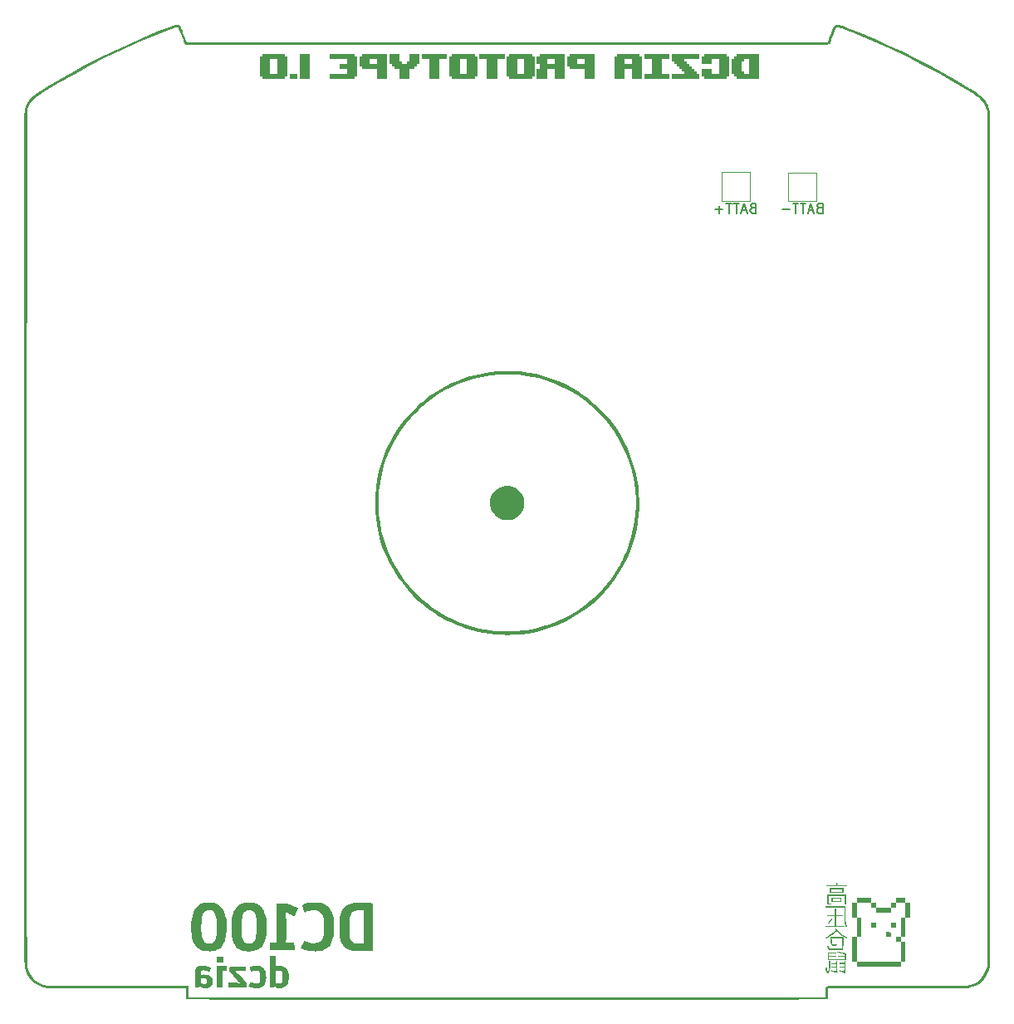
<source format=gbr>
%TF.GenerationSoftware,KiCad,Pcbnew,9.0.1*%
%TF.CreationDate,2025-04-15T01:10:54-06:00*%
%TF.ProjectId,zippy-badge,7a697070-792d-4626-9164-67652e6b6963,rev?*%
%TF.SameCoordinates,PX4d8ff50PY83b6430*%
%TF.FileFunction,Legend,Bot*%
%TF.FilePolarity,Positive*%
%FSLAX46Y46*%
G04 Gerber Fmt 4.6, Leading zero omitted, Abs format (unit mm)*
G04 Created by KiCad (PCBNEW 9.0.1) date 2025-04-15 01:10:54*
%MOMM*%
%LPD*%
G01*
G04 APERTURE LIST*
%ADD10C,0.150000*%
%ADD11C,0.000000*%
%ADD12C,0.120000*%
G04 APERTURE END LIST*
D10*
X80918095Y79388991D02*
X80775238Y79341372D01*
X80775238Y79341372D02*
X80727619Y79293753D01*
X80727619Y79293753D02*
X80680000Y79198515D01*
X80680000Y79198515D02*
X80680000Y79055658D01*
X80680000Y79055658D02*
X80727619Y78960420D01*
X80727619Y78960420D02*
X80775238Y78912800D01*
X80775238Y78912800D02*
X80870476Y78865181D01*
X80870476Y78865181D02*
X81251428Y78865181D01*
X81251428Y78865181D02*
X81251428Y79865181D01*
X81251428Y79865181D02*
X80918095Y79865181D01*
X80918095Y79865181D02*
X80822857Y79817562D01*
X80822857Y79817562D02*
X80775238Y79769943D01*
X80775238Y79769943D02*
X80727619Y79674705D01*
X80727619Y79674705D02*
X80727619Y79579467D01*
X80727619Y79579467D02*
X80775238Y79484229D01*
X80775238Y79484229D02*
X80822857Y79436610D01*
X80822857Y79436610D02*
X80918095Y79388991D01*
X80918095Y79388991D02*
X81251428Y79388991D01*
X80299047Y79150896D02*
X79822857Y79150896D01*
X80394285Y78865181D02*
X80060952Y79865181D01*
X80060952Y79865181D02*
X79727619Y78865181D01*
X79537142Y79865181D02*
X78965714Y79865181D01*
X79251428Y78865181D02*
X79251428Y79865181D01*
X78775237Y79865181D02*
X78203809Y79865181D01*
X78489523Y78865181D02*
X78489523Y79865181D01*
X77870475Y79246134D02*
X77108571Y79246134D01*
X74118095Y79398991D02*
X73975238Y79351372D01*
X73975238Y79351372D02*
X73927619Y79303753D01*
X73927619Y79303753D02*
X73880000Y79208515D01*
X73880000Y79208515D02*
X73880000Y79065658D01*
X73880000Y79065658D02*
X73927619Y78970420D01*
X73927619Y78970420D02*
X73975238Y78922800D01*
X73975238Y78922800D02*
X74070476Y78875181D01*
X74070476Y78875181D02*
X74451428Y78875181D01*
X74451428Y78875181D02*
X74451428Y79875181D01*
X74451428Y79875181D02*
X74118095Y79875181D01*
X74118095Y79875181D02*
X74022857Y79827562D01*
X74022857Y79827562D02*
X73975238Y79779943D01*
X73975238Y79779943D02*
X73927619Y79684705D01*
X73927619Y79684705D02*
X73927619Y79589467D01*
X73927619Y79589467D02*
X73975238Y79494229D01*
X73975238Y79494229D02*
X74022857Y79446610D01*
X74022857Y79446610D02*
X74118095Y79398991D01*
X74118095Y79398991D02*
X74451428Y79398991D01*
X73499047Y79160896D02*
X73022857Y79160896D01*
X73594285Y78875181D02*
X73260952Y79875181D01*
X73260952Y79875181D02*
X72927619Y78875181D01*
X72737142Y79875181D02*
X72165714Y79875181D01*
X72451428Y78875181D02*
X72451428Y79875181D01*
X71975237Y79875181D02*
X71403809Y79875181D01*
X71689523Y78875181D02*
X71689523Y79875181D01*
X71070475Y79256134D02*
X70308571Y79256134D01*
X70689523Y78875181D02*
X70689523Y79637086D01*
D11*
%TO.C,G\u002A\u002A\u002A*%
G36*
X89703178Y6053553D02*
G01*
X89703178Y5057890D01*
X89459558Y5057890D01*
X89215938Y5057890D01*
X89215938Y6053553D01*
X89215938Y7049216D01*
X89459558Y7049216D01*
X89703178Y7049216D01*
X89703178Y6053553D01*
G37*
G36*
X88707515Y6307764D02*
G01*
X88707515Y6053553D01*
X88463895Y6053553D01*
X88220275Y6053553D01*
X88220275Y6307764D01*
X88220275Y6561976D01*
X88463895Y6561976D01*
X88707515Y6561976D01*
X88707515Y6307764D01*
G37*
G36*
X87960767Y5561689D02*
G01*
X88209683Y5555721D01*
X88215652Y5306805D01*
X88221620Y5057890D01*
X87966736Y5057890D01*
X87711852Y5057890D01*
X87711852Y5312774D01*
X87711852Y5567658D01*
X87960767Y5561689D01*
G37*
G36*
X86716189Y6307764D02*
G01*
X86716189Y6053553D01*
X86461977Y6053553D01*
X86207765Y6053553D01*
X86207765Y6307764D01*
X86207765Y6561976D01*
X86461977Y6561976D01*
X86716189Y6561976D01*
X86716189Y6307764D01*
G37*
G36*
X84724863Y7801259D02*
G01*
X84724863Y7049216D01*
X84968482Y7049216D01*
X85212102Y7049216D01*
X85212102Y6053553D01*
X85212102Y5057890D01*
X84968482Y5057890D01*
X84724863Y5057890D01*
X84724863Y6052880D01*
X84724863Y7047871D01*
X84475947Y7053839D01*
X84227031Y7059808D01*
X84221464Y7806555D01*
X84215897Y8553302D01*
X84470380Y8553302D01*
X84724863Y8553302D01*
X84724863Y7801259D01*
G37*
G36*
X83178407Y8860475D02*
G01*
X83178407Y8616855D01*
X82659391Y8616855D01*
X82140375Y8616855D01*
X82140375Y8860475D01*
X82140375Y8998173D01*
X82288666Y8998173D01*
X82288666Y8871067D01*
X82288666Y8743961D01*
X82669983Y8743961D01*
X83051301Y8743961D01*
X83051301Y8871067D01*
X83051301Y8998173D01*
X82669983Y8998173D01*
X82288666Y8998173D01*
X82140375Y8998173D01*
X82140375Y9104095D01*
X82659391Y9104095D01*
X83178407Y9104095D01*
X83178407Y8998173D01*
X83178407Y8860475D01*
G37*
G36*
X83369066Y9813484D02*
G01*
X83369066Y9569579D01*
X82664687Y9575160D01*
X81960309Y9580742D01*
X81954319Y9819066D01*
X81951524Y9930283D01*
X82098007Y9930283D01*
X82098007Y9813769D01*
X82098007Y9697256D01*
X82669983Y9697256D01*
X83241960Y9697256D01*
X83241960Y9813769D01*
X83241960Y9930283D01*
X82669983Y9930283D01*
X82098007Y9930283D01*
X81951524Y9930283D01*
X81948329Y10057389D01*
X82658698Y10057389D01*
X83369066Y10057389D01*
X83369066Y9930283D01*
X83369066Y9813484D01*
G37*
G36*
X82156080Y6958339D02*
G01*
X82193153Y6935456D01*
X82205503Y6925560D01*
X82215573Y6908192D01*
X82209051Y6882893D01*
X82182795Y6841161D01*
X82133663Y6774493D01*
X82077269Y6696767D01*
X82011613Y6601316D01*
X81957056Y6517112D01*
X81945022Y6497702D01*
X81907570Y6440679D01*
X81881986Y6412797D01*
X81860763Y6408037D01*
X81836393Y6420380D01*
X81807827Y6442969D01*
X81786130Y6470166D01*
X81788443Y6486711D01*
X81810631Y6533809D01*
X81850309Y6600402D01*
X81901814Y6678546D01*
X81959483Y6760297D01*
X82017651Y6837710D01*
X82070656Y6902841D01*
X82112834Y6947745D01*
X82138521Y6964478D01*
X82156080Y6958339D01*
G37*
G36*
X82741025Y10566993D02*
G01*
X82758887Y10560017D01*
X82783854Y10544159D01*
X82784926Y10518422D01*
X82765747Y10468255D01*
X82759889Y10453924D01*
X82741108Y10402635D01*
X82733536Y10372567D01*
X82741767Y10369200D01*
X82785755Y10364300D01*
X82862560Y10360108D01*
X82966331Y10356844D01*
X83091217Y10354725D01*
X83231368Y10353970D01*
X83729199Y10353970D01*
X83729199Y10290417D01*
X83729199Y10226864D01*
X82669983Y10226864D01*
X81610767Y10226864D01*
X81610767Y10290417D01*
X81610767Y10353970D01*
X82104205Y10353970D01*
X82597643Y10353970D01*
X82622715Y10444003D01*
X82626610Y10457847D01*
X82649935Y10529398D01*
X82672510Y10567002D01*
X82700739Y10577315D01*
X82741025Y10566993D01*
G37*
G36*
X84724863Y3808015D02*
G01*
X84724863Y2558140D01*
X86970400Y2558140D01*
X89215938Y2558140D01*
X89215938Y3564395D01*
X89215938Y4570650D01*
X89459558Y4570650D01*
X89703178Y4570650D01*
X89703178Y3564395D01*
X89703178Y2558140D01*
X89459558Y2558140D01*
X89215938Y2558140D01*
X89215938Y2314520D01*
X89215938Y2070900D01*
X86970400Y2070900D01*
X84724863Y2070900D01*
X84724863Y2313848D01*
X84724863Y2556795D01*
X84475947Y2562764D01*
X84227031Y2568732D01*
X84221566Y3813311D01*
X84216100Y5057890D01*
X84470481Y5057890D01*
X84724863Y5057890D01*
X84724863Y3808015D01*
G37*
G36*
X89215938Y4814270D02*
G01*
X89215938Y4570650D01*
X88961727Y4570650D01*
X88707515Y4570650D01*
X88707515Y4814270D01*
X88707515Y5057890D01*
X88961727Y5057890D01*
X89215938Y5057890D01*
X89215938Y4814270D01*
G37*
G36*
X82622885Y7637081D02*
G01*
X82628747Y7324612D01*
X82967130Y7324612D01*
X83305513Y7324612D01*
X83305513Y7261059D01*
X83305513Y7197506D01*
X82966564Y7197506D01*
X82627615Y7197506D01*
X82627615Y6710267D01*
X82627615Y6223027D01*
X83040709Y6223027D01*
X83453803Y6223027D01*
X83453803Y6159474D01*
X83453803Y6095921D01*
X82511101Y6095921D01*
X81568399Y6095921D01*
X81568399Y6159474D01*
X81568399Y6223027D01*
X82023862Y6223027D01*
X82479325Y6223027D01*
X82479325Y6710267D01*
X82479325Y7197506D01*
X82108599Y7197506D01*
X81737873Y7197506D01*
X81737873Y7261059D01*
X81737873Y7324612D01*
X82108033Y7324612D01*
X82478192Y7324612D01*
X82484054Y7637081D01*
X82489917Y7949549D01*
X82553470Y7949549D01*
X82617023Y7949549D01*
X82622885Y7637081D01*
G37*
G36*
X83586684Y7446422D02*
G01*
X83586966Y7424375D01*
X83590110Y7209426D01*
X83593883Y7030990D01*
X83598894Y6883709D01*
X83605751Y6762228D01*
X83615063Y6661187D01*
X83627438Y6575231D01*
X83643485Y6499001D01*
X83663812Y6427141D01*
X83689029Y6354294D01*
X83719742Y6275102D01*
X83777001Y6131978D01*
X83727212Y6094422D01*
X83688111Y6070855D01*
X83662331Y6066194D01*
X83658849Y6070182D01*
X83640695Y6104607D01*
X83613835Y6165447D01*
X83582713Y6242843D01*
X83556137Y6314939D01*
X83526988Y6406509D01*
X83503777Y6499903D01*
X83485872Y6600909D01*
X83472641Y6715317D01*
X83463451Y6848913D01*
X83457670Y7007486D01*
X83454664Y7196824D01*
X83453803Y7422716D01*
X83453803Y8066063D01*
X82511101Y8066063D01*
X81568399Y8066063D01*
X81568399Y8129616D01*
X81568399Y8193169D01*
X82572801Y8193169D01*
X83577203Y8193169D01*
X83586684Y7446422D01*
G37*
G36*
X83623278Y8881659D02*
G01*
X83623278Y8362644D01*
X83549133Y8362644D01*
X83474988Y8362644D01*
X83474988Y8818106D01*
X83474988Y9273569D01*
X82659391Y9273569D01*
X81843795Y9273569D01*
X81843795Y8907081D01*
X81844029Y8833682D01*
X81846304Y8699251D01*
X81851142Y8603174D01*
X81858720Y8542724D01*
X81869216Y8515171D01*
X81891660Y8504428D01*
X81947687Y8493837D01*
X82019977Y8489749D01*
X82022423Y8489749D01*
X82090804Y8488643D01*
X82126000Y8482850D01*
X82136936Y8468591D01*
X82132543Y8442085D01*
X82124759Y8409527D01*
X82119480Y8376216D01*
X82118544Y8374332D01*
X82091453Y8367424D01*
X82034521Y8364484D01*
X81958010Y8366152D01*
X81952836Y8366412D01*
X81881350Y8370539D01*
X81825972Y8378139D01*
X81784646Y8394073D01*
X81755317Y8423204D01*
X81735930Y8470393D01*
X81724429Y8540502D01*
X81718759Y8638393D01*
X81716864Y8768927D01*
X81716689Y8936967D01*
X81716689Y9400675D01*
X82669983Y9400675D01*
X83623278Y9400675D01*
X83623278Y8881659D01*
G37*
G36*
X82033740Y2383369D02*
G01*
X82033700Y2373535D01*
X82027866Y2143055D01*
X82013088Y1938529D01*
X81989905Y1763148D01*
X81958855Y1620101D01*
X81920476Y1512579D01*
X81875305Y1443771D01*
X81867545Y1436096D01*
X81824524Y1401763D01*
X81785023Y1396639D01*
X81729299Y1417122D01*
X81725263Y1419067D01*
X81670596Y1469261D01*
X81623984Y1559087D01*
X81586213Y1686564D01*
X81558066Y1849709D01*
X81552782Y1895791D01*
X81553161Y1939683D01*
X81567408Y1963991D01*
X81599742Y1982111D01*
X81619159Y1990873D01*
X81657256Y2004618D01*
X81671917Y1996589D01*
X81674320Y1964086D01*
X81674500Y1956769D01*
X81680860Y1900580D01*
X81694300Y1824490D01*
X81712043Y1740844D01*
X81731317Y1661985D01*
X81749344Y1600257D01*
X81763352Y1568006D01*
X81775975Y1556654D01*
X81802182Y1552351D01*
X81809290Y1559235D01*
X81829707Y1605399D01*
X81849280Y1686005D01*
X81867147Y1795164D01*
X81882449Y1926988D01*
X81894325Y2075589D01*
X81901916Y2235079D01*
X81913490Y2600508D01*
X81973972Y2600508D01*
X82034454Y2600508D01*
X82033740Y2383369D01*
G37*
G36*
X82673680Y5923568D02*
G01*
X82710826Y5880294D01*
X82874581Y5687387D01*
X83099050Y5471418D01*
X83349857Y5280678D01*
X83633870Y5109431D01*
X83652551Y5099334D01*
X83720176Y5062428D01*
X83769730Y5034829D01*
X83791576Y5021888D01*
X83791980Y5021464D01*
X83783830Y5001893D01*
X83754086Y4967440D01*
X83707182Y4920535D01*
X83596381Y4981456D01*
X83456779Y5062895D01*
X83240855Y5206287D01*
X83038270Y5361274D01*
X82863062Y5517591D01*
X82659540Y5716859D01*
X82597496Y5636290D01*
X82446036Y5465233D01*
X82260575Y5298611D01*
X82049551Y5143306D01*
X81821337Y5006115D01*
X81642544Y4909951D01*
X81605471Y4954491D01*
X81580589Y4988104D01*
X81568399Y5013321D01*
X81568963Y5014868D01*
X81592244Y5032917D01*
X81642855Y5062442D01*
X81711393Y5097885D01*
X81805029Y5146575D01*
X82070018Y5315572D01*
X82312384Y5518539D01*
X82374859Y5579487D01*
X82475277Y5686079D01*
X82540903Y5770208D01*
X82571536Y5831598D01*
X82566978Y5869972D01*
X82560804Y5878658D01*
X82562336Y5901427D01*
X82599774Y5924385D01*
X82610787Y5929253D01*
X82645371Y5937888D01*
X82673680Y5923568D01*
G37*
G36*
X89957390Y8553302D02*
G01*
X90211601Y8553302D01*
X90211601Y7801259D01*
X90211601Y7049216D01*
X89957390Y7049216D01*
X89703178Y7049216D01*
X89703178Y7801259D01*
X89703178Y8553302D01*
X89957390Y8553302D01*
G37*
G36*
X89703178Y8807905D02*
G01*
X89703178Y8553302D01*
X89205346Y8553302D01*
X88707515Y8553302D01*
X88707515Y8299091D01*
X88707515Y8044879D01*
X88463895Y8044879D01*
X88220275Y8044879D01*
X88220275Y7801259D01*
X88220275Y7557639D01*
X87468232Y7557639D01*
X86716189Y7557639D01*
X86716189Y7800587D01*
X86716189Y8043534D01*
X86467273Y8049503D01*
X86218357Y8055471D01*
X86212389Y8304387D01*
X86206420Y8553302D01*
X85465641Y8553302D01*
X84724863Y8553302D01*
X84724863Y8807514D01*
X84724863Y9061726D01*
X85466314Y9061726D01*
X86207765Y9061726D01*
X86207765Y8807514D01*
X86207765Y8553302D01*
X86461977Y8553302D01*
X86716189Y8553302D01*
X86716189Y8299091D01*
X86716189Y8044879D01*
X87468232Y8044879D01*
X88220275Y8044879D01*
X88220275Y8299091D01*
X88220275Y8553302D01*
X88463223Y8553302D01*
X88706170Y8553302D01*
X88712139Y8802218D01*
X88718107Y9051134D01*
X89210642Y9056820D01*
X89703178Y9062507D01*
X89703178Y8807905D01*
G37*
G36*
X82814324Y3616470D02*
G01*
X82850100Y3607073D01*
X82912847Y3589594D01*
X82992724Y3566756D01*
X83037502Y3554536D01*
X83151217Y3527183D01*
X83277226Y3500524D01*
X83395546Y3478915D01*
X83623278Y3441676D01*
X83623278Y3063461D01*
X83623278Y2685246D01*
X82701760Y2685246D01*
X81780242Y2685246D01*
X81780242Y3098340D01*
X81780242Y3511434D01*
X82203928Y3511434D01*
X82627615Y3511434D01*
X82627615Y3458986D01*
X82627615Y3406537D01*
X82272777Y3400729D01*
X81917940Y3394920D01*
X81911537Y3283703D01*
X81905134Y3172485D01*
X82255782Y3172485D01*
X82606431Y3172485D01*
X82606431Y3120049D01*
X82606431Y3067613D01*
X82262185Y3061792D01*
X81917940Y3055971D01*
X81911587Y2934161D01*
X81905234Y2812352D01*
X82700703Y2812352D01*
X83496172Y2812352D01*
X83496172Y2928327D01*
X83496172Y3044303D01*
X83162519Y3050137D01*
X82828866Y3055971D01*
X82822163Y3114228D01*
X82815460Y3172485D01*
X83155816Y3172485D01*
X83496172Y3172485D01*
X83496172Y3252859D01*
X83496172Y3333233D01*
X83252044Y3380811D01*
X83170951Y3397365D01*
X83055129Y3423156D01*
X82949885Y3448840D01*
X82870784Y3470745D01*
X82733652Y3513101D01*
X82767807Y3565228D01*
X82793974Y3601724D01*
X82809798Y3617356D01*
X82814324Y3616470D01*
G37*
G36*
X82754721Y2085729D02*
G01*
X82754721Y2081771D01*
X82755691Y1901674D01*
X82758473Y1756458D01*
X82762989Y1647989D01*
X82769164Y1578132D01*
X82776919Y1548752D01*
X82787743Y1522644D01*
X82773519Y1470370D01*
X82745455Y1431731D01*
X82709981Y1414187D01*
X82703771Y1414787D01*
X82660207Y1424818D01*
X82589120Y1444836D01*
X82500127Y1471760D01*
X82402848Y1502510D01*
X82306903Y1534003D01*
X82221910Y1563159D01*
X82157489Y1586895D01*
X82123259Y1602132D01*
X82108212Y1621998D01*
X82109164Y1673698D01*
X82122777Y1727940D01*
X82336990Y1655801D01*
X82437149Y1622080D01*
X82521000Y1596391D01*
X82575799Y1587372D01*
X82607704Y1597311D01*
X82622870Y1628491D01*
X82627455Y1683202D01*
X82627615Y1763728D01*
X82627615Y1943795D01*
X82382588Y1943795D01*
X82137561Y1943795D01*
X82144264Y2002051D01*
X82150968Y2060308D01*
X82389291Y2066298D01*
X82627615Y2072288D01*
X82627615Y2188108D01*
X82627615Y2303928D01*
X82382588Y2303928D01*
X82137561Y2303928D01*
X82144264Y2362185D01*
X82150968Y2420442D01*
X82389291Y2426432D01*
X82627615Y2432421D01*
X82627615Y2516465D01*
X82627703Y2533434D01*
X82632216Y2578822D01*
X82650299Y2597118D01*
X82691168Y2600508D01*
X82754721Y2600508D01*
X82754721Y2085729D01*
G37*
G36*
X83580909Y2075137D02*
G01*
X83580922Y2052369D01*
X83582030Y1875943D01*
X83584868Y1733075D01*
X83589348Y1625963D01*
X83595382Y1556804D01*
X83602881Y1527795D01*
X83614007Y1502574D01*
X83602774Y1447753D01*
X83599141Y1438538D01*
X83587179Y1416790D01*
X83569113Y1404201D01*
X83539295Y1401579D01*
X83492079Y1409733D01*
X83421817Y1429472D01*
X83322865Y1461605D01*
X83189574Y1506940D01*
X83108858Y1534868D01*
X83029171Y1564085D01*
X82978814Y1586272D01*
X82951468Y1604954D01*
X82940816Y1623656D01*
X82940540Y1645905D01*
X82946066Y1680717D01*
X82954307Y1705571D01*
X82970792Y1703657D01*
X83020128Y1690443D01*
X83093822Y1667739D01*
X83183441Y1638031D01*
X83259102Y1612669D01*
X83340303Y1586688D01*
X83400092Y1569005D01*
X83429183Y1562477D01*
X83431899Y1563028D01*
X83444243Y1587669D01*
X83451457Y1650361D01*
X83453803Y1753136D01*
X83453803Y1943795D01*
X83199591Y1943795D01*
X82945380Y1943795D01*
X82945380Y2007347D01*
X82945380Y2070900D01*
X83199591Y2070900D01*
X83453803Y2070900D01*
X83453803Y2187414D01*
X83453803Y2303928D01*
X83199591Y2303928D01*
X82945380Y2303928D01*
X82945380Y2367481D01*
X82945380Y2431034D01*
X83199591Y2431034D01*
X83453803Y2431034D01*
X83453803Y2515771D01*
X83453904Y2533967D01*
X83458490Y2579029D01*
X83476606Y2597162D01*
X83517356Y2600508D01*
X83580909Y2600508D01*
X83580909Y2075137D01*
G37*
G36*
X83369066Y4476318D02*
G01*
X83369056Y4436816D01*
X83368527Y4256989D01*
X83366656Y4114110D01*
X83362710Y4003640D01*
X83355953Y3921041D01*
X83345652Y3861773D01*
X83331071Y3821299D01*
X83311476Y3795078D01*
X83286132Y3778573D01*
X83254306Y3767244D01*
X83252085Y3766676D01*
X83209958Y3761702D01*
X83132270Y3757108D01*
X83025148Y3753086D01*
X82894720Y3749828D01*
X82747110Y3747526D01*
X82588448Y3746372D01*
X82415282Y3746000D01*
X82256565Y3746727D01*
X82131401Y3749633D01*
X82035125Y3755719D01*
X81963075Y3765988D01*
X81910583Y3781442D01*
X81872987Y3803084D01*
X81845621Y3831915D01*
X81823821Y3868939D01*
X81802921Y3915156D01*
X81777443Y3976567D01*
X81750771Y4054779D01*
X81744224Y4107342D01*
X81757432Y4141357D01*
X81790027Y4163926D01*
X81826783Y4180348D01*
X81852633Y4184085D01*
X81865198Y4161525D01*
X81875488Y4105089D01*
X81876686Y4098580D01*
X81900796Y4021402D01*
X81936440Y3951502D01*
X81983158Y3882160D01*
X82583505Y3876529D01*
X82754130Y3875391D01*
X82917128Y3875634D01*
X83042150Y3877649D01*
X83131551Y3881504D01*
X83187685Y3887268D01*
X83212906Y3895011D01*
X83217596Y3900548D01*
X83226087Y3924034D01*
X83232471Y3966979D01*
X83236999Y4033963D01*
X83239923Y4129567D01*
X83241493Y4258370D01*
X83241960Y4424954D01*
X83241960Y4930784D01*
X82709168Y4930784D01*
X82176375Y4930784D01*
X82190535Y4724237D01*
X82201506Y4594864D01*
X82218735Y4467358D01*
X82239613Y4379556D01*
X82263900Y4332730D01*
X82278011Y4326941D01*
X82328575Y4319157D01*
X82404855Y4313816D01*
X82496670Y4311833D01*
X82708543Y4311833D01*
X82687146Y4250455D01*
X82669484Y4214981D01*
X82636422Y4187222D01*
X82583179Y4172581D01*
X82502598Y4169264D01*
X82387519Y4175482D01*
X82288421Y4186024D01*
X82214240Y4205005D01*
X82163439Y4238906D01*
X82129665Y4294579D01*
X82106564Y4378871D01*
X82087782Y4498634D01*
X82083260Y4533208D01*
X82068621Y4654908D01*
X82055260Y4778917D01*
X82045605Y4883119D01*
X82031542Y5057890D01*
X82700304Y5057890D01*
X83369066Y5057890D01*
X83369066Y4476318D01*
G37*
G36*
X98326651Y89205572D02*
G01*
X98333911Y45773608D01*
X98333940Y45600885D01*
X98334238Y43801324D01*
X98334522Y42051892D01*
X98334791Y40351885D01*
X98335045Y38700598D01*
X98335283Y37097324D01*
X98335505Y35541360D01*
X98335710Y34031998D01*
X98335898Y32568535D01*
X98336068Y31150265D01*
X98336220Y29776483D01*
X98336353Y28446483D01*
X98336466Y27159560D01*
X98336559Y25915009D01*
X98336632Y24712124D01*
X98336684Y23550201D01*
X98336714Y22428534D01*
X98336722Y21346418D01*
X98336707Y20303147D01*
X98336669Y19298016D01*
X98336607Y18330320D01*
X98336521Y17399354D01*
X98336410Y16504413D01*
X98336274Y15644790D01*
X98336111Y14819782D01*
X98335922Y14028682D01*
X98335706Y13270785D01*
X98335463Y12545386D01*
X98335191Y11851780D01*
X98334891Y11189262D01*
X98334562Y10557126D01*
X98334202Y9954666D01*
X98333813Y9381179D01*
X98333393Y8835957D01*
X98332941Y8318297D01*
X98332457Y7827493D01*
X98331941Y7362839D01*
X98331393Y6923631D01*
X98330810Y6509162D01*
X98330194Y6118729D01*
X98329542Y5751625D01*
X98328856Y5407145D01*
X98328134Y5084584D01*
X98327376Y4783236D01*
X98326581Y4502397D01*
X98325749Y4241361D01*
X98324879Y3999423D01*
X98323970Y3775878D01*
X98323023Y3570020D01*
X98322036Y3381144D01*
X98321009Y3208544D01*
X98319942Y3051517D01*
X98318834Y2909355D01*
X98317684Y2781354D01*
X98316491Y2666809D01*
X98315256Y2565014D01*
X98313978Y2475265D01*
X98312656Y2396855D01*
X98311290Y2329080D01*
X98309879Y2271234D01*
X98308422Y2222612D01*
X98306920Y2182509D01*
X98305371Y2150219D01*
X98303775Y2125038D01*
X98302131Y2106259D01*
X98300439Y2093178D01*
X98295413Y2063523D01*
X98208198Y1706962D01*
X98076788Y1371473D01*
X97904317Y1060318D01*
X97693917Y776761D01*
X97448721Y524065D01*
X97171861Y305494D01*
X96866471Y124310D01*
X96535682Y-16223D01*
X96182629Y-112843D01*
X96164825Y-116421D01*
X96138454Y-121447D01*
X96110653Y-126116D01*
X96079589Y-130441D01*
X96043427Y-134436D01*
X96000333Y-138112D01*
X95948473Y-141484D01*
X95886012Y-144565D01*
X95811116Y-147368D01*
X95721952Y-149905D01*
X95616685Y-152191D01*
X95493480Y-154238D01*
X95350504Y-156059D01*
X95185923Y-157668D01*
X94997901Y-159078D01*
X94784605Y-160302D01*
X94544202Y-161353D01*
X94274855Y-162244D01*
X93974732Y-162988D01*
X93641998Y-163600D01*
X93274820Y-164091D01*
X92871361Y-164475D01*
X92429790Y-164765D01*
X91948271Y-164974D01*
X91424969Y-165116D01*
X90858052Y-165203D01*
X90245685Y-165249D01*
X89586033Y-165267D01*
X88877262Y-165270D01*
X81830663Y-165270D01*
X81830663Y-707374D01*
X81830641Y-740105D01*
X81829316Y-934068D01*
X81825794Y-1081374D01*
X81819879Y-1185690D01*
X81811377Y-1250683D01*
X81800091Y-1280020D01*
X81799724Y-1280217D01*
X81785134Y-1281730D01*
X81749287Y-1283196D01*
X81691521Y-1284616D01*
X81611177Y-1285990D01*
X81507596Y-1287319D01*
X81380117Y-1288603D01*
X81228081Y-1289843D01*
X81050828Y-1291041D01*
X80847697Y-1292195D01*
X80618029Y-1293308D01*
X80361164Y-1294379D01*
X80076442Y-1295409D01*
X79763203Y-1296399D01*
X79420788Y-1297350D01*
X79048536Y-1298261D01*
X78645788Y-1299134D01*
X78211883Y-1299970D01*
X77746162Y-1300768D01*
X77247965Y-1301530D01*
X76716633Y-1302256D01*
X76151504Y-1302947D01*
X75551919Y-1303603D01*
X74917219Y-1304225D01*
X74246744Y-1304814D01*
X73539833Y-1305370D01*
X72795826Y-1305893D01*
X72014065Y-1306385D01*
X71193888Y-1306847D01*
X70334637Y-1307278D01*
X69435650Y-1307679D01*
X68496270Y-1308051D01*
X67515834Y-1308395D01*
X66493684Y-1308710D01*
X65429160Y-1308999D01*
X64321601Y-1309261D01*
X63170348Y-1309497D01*
X61974741Y-1309707D01*
X60734121Y-1309893D01*
X59447826Y-1310054D01*
X58115198Y-1310192D01*
X56735576Y-1310308D01*
X55308301Y-1310400D01*
X53832713Y-1310471D01*
X52308151Y-1310521D01*
X50733957Y-1310551D01*
X49109469Y-1310561D01*
X48372969Y-1310560D01*
X46837290Y-1310554D01*
X45351367Y-1310542D01*
X43914386Y-1310521D01*
X42525530Y-1310491D01*
X41183986Y-1310451D01*
X39888938Y-1310400D01*
X38639571Y-1310337D01*
X37435070Y-1310261D01*
X36274620Y-1310170D01*
X35157406Y-1310064D01*
X34082613Y-1309942D01*
X33049427Y-1309802D01*
X32057031Y-1309643D01*
X31104611Y-1309466D01*
X30191352Y-1309267D01*
X29316440Y-1309047D01*
X28479058Y-1308804D01*
X27678392Y-1308538D01*
X26913627Y-1308246D01*
X26183949Y-1307929D01*
X25488541Y-1307585D01*
X24826588Y-1307213D01*
X24197277Y-1306812D01*
X23599792Y-1306381D01*
X23033317Y-1305919D01*
X22497039Y-1305425D01*
X21990141Y-1304898D01*
X21511809Y-1304336D01*
X21061228Y-1303739D01*
X20637583Y-1303106D01*
X20240058Y-1302435D01*
X19867839Y-1301726D01*
X19520111Y-1300978D01*
X19196059Y-1300189D01*
X18894867Y-1299358D01*
X18615721Y-1298485D01*
X18357806Y-1297568D01*
X18120307Y-1296606D01*
X17902408Y-1295599D01*
X17703295Y-1294544D01*
X17522152Y-1293442D01*
X17358165Y-1292291D01*
X17210519Y-1291090D01*
X17078398Y-1289838D01*
X16960988Y-1288534D01*
X16857474Y-1287176D01*
X16767040Y-1285765D01*
X16688872Y-1284298D01*
X16622154Y-1282775D01*
X16566072Y-1281195D01*
X16519810Y-1279556D01*
X16482553Y-1277858D01*
X16453488Y-1276100D01*
X16431797Y-1274280D01*
X16416667Y-1272397D01*
X16407283Y-1270451D01*
X16402829Y-1268440D01*
X16400889Y-1266649D01*
X16385667Y-1247886D01*
X16374330Y-1219721D01*
X16366317Y-1175238D01*
X16361064Y-1107519D01*
X16358009Y-1009650D01*
X16356588Y-874714D01*
X16356239Y-695795D01*
X16356239Y-165270D01*
X9328082Y-165270D01*
X8737030Y-165283D01*
X8058842Y-165318D01*
X7428283Y-165340D01*
X6843524Y-165318D01*
X6302737Y-165218D01*
X5804092Y-165008D01*
X5345762Y-164653D01*
X4925917Y-164120D01*
X4542728Y-163377D01*
X4194367Y-162391D01*
X3879005Y-161127D01*
X3594813Y-159554D01*
X3339963Y-157637D01*
X3112625Y-155344D01*
X2910971Y-152641D01*
X2733172Y-149496D01*
X2577399Y-145874D01*
X2441824Y-141744D01*
X2324618Y-137071D01*
X2223952Y-131823D01*
X2137997Y-125966D01*
X2064924Y-119467D01*
X2002905Y-112293D01*
X1950111Y-104412D01*
X1904713Y-95788D01*
X1864883Y-86391D01*
X1828791Y-76185D01*
X1794609Y-65139D01*
X1760508Y-53219D01*
X1724659Y-40392D01*
X1685234Y-26624D01*
X1664572Y-19431D01*
X1474335Y58337D01*
X1273552Y157850D01*
X1082368Y268407D01*
X920925Y379309D01*
X789318Y490846D01*
X635300Y641975D01*
X484550Y808596D01*
X350140Y976182D01*
X245146Y1130203D01*
X204410Y1200865D01*
X87286Y1440925D01*
X-14392Y1704883D01*
X-92553Y1972606D01*
X-94066Y1979522D01*
X-95942Y1990433D01*
X-97765Y2004380D01*
X-99537Y2022079D01*
X-101258Y2044245D01*
X-102929Y2071590D01*
X-104552Y2104830D01*
X-106126Y2144679D01*
X-107653Y2191852D01*
X-109134Y2247062D01*
X-110570Y2311025D01*
X-111961Y2384455D01*
X-113308Y2468065D01*
X-114613Y2562571D01*
X-115877Y2668687D01*
X-117099Y2787128D01*
X-118281Y2918606D01*
X-119424Y3063838D01*
X-120529Y3223538D01*
X-121597Y3398419D01*
X-122628Y3589197D01*
X-123623Y3796585D01*
X-124584Y4021298D01*
X-125511Y4264051D01*
X-126405Y4525558D01*
X-127268Y4806532D01*
X-128099Y5107690D01*
X-128900Y5429745D01*
X-129671Y5773411D01*
X-130414Y6139403D01*
X-131130Y6528435D01*
X-131819Y6941222D01*
X-132482Y7378478D01*
X-133120Y7840917D01*
X-133734Y8329254D01*
X-134326Y8844204D01*
X-134895Y9386480D01*
X-135442Y9956797D01*
X-135969Y10555869D01*
X-136477Y11184412D01*
X-136966Y11843138D01*
X-137437Y12532764D01*
X-137892Y13254002D01*
X-138330Y14007568D01*
X-138754Y14794175D01*
X-139163Y15614539D01*
X-139558Y16469374D01*
X-139942Y17359393D01*
X-140314Y18285312D01*
X-140675Y19247845D01*
X-141026Y20247706D01*
X-141369Y21285610D01*
X-141704Y22362270D01*
X-142031Y23478402D01*
X-142352Y24634720D01*
X-142669Y25831939D01*
X-142752Y26163103D01*
X131350Y26163103D01*
X131364Y24795457D01*
X131409Y23472992D01*
X131486Y22195260D01*
X131593Y20961811D01*
X131732Y19772198D01*
X131903Y18625972D01*
X132106Y17522685D01*
X132341Y16461888D01*
X132609Y15443133D01*
X132909Y14465972D01*
X133242Y13529955D01*
X133608Y12634636D01*
X134007Y11779564D01*
X134439Y10964292D01*
X134906Y10188371D01*
X135406Y9451354D01*
X135940Y8752790D01*
X136509Y8092233D01*
X137112Y7469233D01*
X137750Y6883343D01*
X138423Y6334113D01*
X139131Y5821095D01*
X139875Y5343842D01*
X140654Y4901904D01*
X141468Y4494833D01*
X142319Y4122180D01*
X143206Y3783498D01*
X144130Y3478337D01*
X145090Y3206250D01*
X146087Y2966788D01*
X147121Y2759502D01*
X148193Y2583944D01*
X149302Y2439665D01*
X150448Y2326218D01*
X151633Y2243154D01*
X152856Y2190024D01*
X154117Y2166380D01*
X175054Y2041690D01*
X264143Y1711006D01*
X396640Y1401830D01*
X569159Y1117466D01*
X778312Y861218D01*
X1020712Y636389D01*
X1292972Y446283D01*
X1591704Y294202D01*
X1913521Y183452D01*
X2255036Y117336D01*
X2259993Y116796D01*
X2310969Y113683D01*
X2399029Y110773D01*
X2524988Y108064D01*
X2689663Y105552D01*
X2893869Y103234D01*
X3138422Y101106D01*
X3424139Y99166D01*
X3751834Y97411D01*
X4122323Y95837D01*
X4536423Y94441D01*
X4994949Y93220D01*
X5498717Y92171D01*
X6048543Y91291D01*
X6645242Y90576D01*
X7289631Y90024D01*
X7982525Y89631D01*
X8724740Y89394D01*
X9517092Y89311D01*
X9701832Y89306D01*
X10432128Y89228D01*
X11113223Y89051D01*
X11746526Y88768D01*
X12333447Y88374D01*
X12875395Y87863D01*
X13373780Y87227D01*
X13830012Y86462D01*
X14245499Y85561D01*
X14621651Y84518D01*
X14959878Y83327D01*
X15261589Y81981D01*
X15528194Y80475D01*
X15761103Y78803D01*
X15961724Y76958D01*
X16131468Y74934D01*
X16271743Y72726D01*
X16383960Y70327D01*
X16469528Y67730D01*
X16529856Y64931D01*
X16566354Y61922D01*
X16580432Y58698D01*
X16582276Y56474D01*
X16593140Y22116D01*
X16601249Y-48438D01*
X16606799Y-158855D01*
X16609985Y-312803D01*
X16611004Y-513948D01*
X16611004Y-1056052D01*
X49093451Y-1056052D01*
X81575898Y-1056052D01*
X81576288Y-527946D01*
X81576392Y-486697D01*
X81578168Y-329196D01*
X81581856Y-189725D01*
X81587101Y-76501D01*
X81593546Y2259D01*
X81600834Y38337D01*
X81602981Y40238D01*
X81613843Y43962D01*
X81634791Y47448D01*
X81667527Y50708D01*
X81713754Y53754D01*
X81775175Y56597D01*
X81853493Y59251D01*
X81950410Y61727D01*
X82067630Y64037D01*
X82206855Y66193D01*
X82369788Y68208D01*
X82558131Y70093D01*
X82773589Y71862D01*
X83017862Y73525D01*
X83292655Y75095D01*
X83599670Y76584D01*
X83940609Y78004D01*
X84317176Y79368D01*
X84731074Y80687D01*
X85184004Y81974D01*
X85677671Y83240D01*
X86213776Y84499D01*
X86794023Y85761D01*
X87420115Y87039D01*
X88093754Y88346D01*
X88816642Y89692D01*
X96008295Y102871D01*
X96219594Y159564D01*
X96286366Y178319D01*
X96629592Y303831D01*
X96941353Y468906D01*
X97220164Y672123D01*
X97464538Y912062D01*
X97672989Y1187303D01*
X97844031Y1496427D01*
X97976178Y1838013D01*
X98046410Y2061684D01*
X98046410Y45646353D01*
X98046410Y89231022D01*
X97988152Y89431958D01*
X97890976Y89712710D01*
X97746118Y90007438D01*
X97562003Y90276709D01*
X97333561Y90529018D01*
X97267327Y90591436D01*
X97189340Y90658519D01*
X97100435Y90727650D01*
X96993987Y90803537D01*
X96863367Y90890886D01*
X96701950Y90994403D01*
X96503109Y91118793D01*
X94948413Y92059373D01*
X93255777Y93028738D01*
X91547122Y93950793D01*
X89820117Y94826718D01*
X88072431Y95657692D01*
X86301731Y96444895D01*
X84505688Y97189507D01*
X84336734Y97256933D01*
X83993871Y97392663D01*
X83696055Y97508867D01*
X83442089Y97605985D01*
X83230772Y97684458D01*
X83060907Y97744725D01*
X82931295Y97787228D01*
X82840738Y97812407D01*
X82788037Y97820702D01*
X82787920Y97820702D01*
X82742534Y97818409D01*
X82702767Y97808545D01*
X82666130Y97786611D01*
X82630134Y97748108D01*
X82592290Y97688537D01*
X82550110Y97603399D01*
X82501106Y97488195D01*
X82442787Y97338426D01*
X82372667Y97149592D01*
X82288256Y96917195D01*
X82244490Y96796817D01*
X82176686Y96613285D01*
X82114171Y96447584D01*
X82059291Y96305743D01*
X82014391Y96193792D01*
X81981819Y96117761D01*
X81963920Y96083678D01*
X81963764Y96083510D01*
X81960147Y96081398D01*
X81952967Y96079354D01*
X81941408Y96077376D01*
X81924653Y96075465D01*
X81901883Y96073618D01*
X81872283Y96071834D01*
X81835035Y96070113D01*
X81789322Y96068453D01*
X81734327Y96066854D01*
X81669233Y96065313D01*
X81593222Y96063831D01*
X81505479Y96062405D01*
X81405185Y96061035D01*
X81291523Y96059720D01*
X81163678Y96058458D01*
X81020830Y96057249D01*
X80862164Y96056091D01*
X80686862Y96054983D01*
X80494108Y96053924D01*
X80283083Y96052913D01*
X80052972Y96051950D01*
X79802957Y96051032D01*
X79532220Y96050158D01*
X79239946Y96049329D01*
X78925316Y96048541D01*
X78587514Y96047795D01*
X78225722Y96047090D01*
X77839124Y96046423D01*
X77426903Y96045795D01*
X76988241Y96045203D01*
X76522321Y96044648D01*
X76028326Y96044127D01*
X75505440Y96043639D01*
X74952845Y96043184D01*
X74369723Y96042761D01*
X73755259Y96042368D01*
X73108634Y96042004D01*
X72429033Y96041668D01*
X71715637Y96041359D01*
X70967629Y96041076D01*
X70184194Y96040817D01*
X69364512Y96040583D01*
X68507768Y96040371D01*
X67613145Y96040180D01*
X66679825Y96040010D01*
X65706991Y96039858D01*
X64693826Y96039725D01*
X63639513Y96039609D01*
X62543235Y96039509D01*
X61404175Y96039424D01*
X60221515Y96039352D01*
X58994440Y96039293D01*
X57722131Y96039245D01*
X56403772Y96039208D01*
X55038545Y96039180D01*
X53625634Y96039160D01*
X52164221Y96039148D01*
X50653489Y96039141D01*
X49092622Y96039139D01*
X48634943Y96039139D01*
X47054546Y96039150D01*
X45524144Y96039176D01*
X44042990Y96039217D01*
X42610338Y96039275D01*
X41225443Y96039350D01*
X39887558Y96039442D01*
X38595936Y96039553D01*
X37349832Y96039684D01*
X36148500Y96039834D01*
X34991192Y96040005D01*
X33877163Y96040198D01*
X32805666Y96040414D01*
X31775956Y96040652D01*
X30787286Y96040915D01*
X29838910Y96041202D01*
X28930082Y96041514D01*
X28060055Y96041853D01*
X27228083Y96042219D01*
X26433420Y96042612D01*
X25675320Y96043034D01*
X24953036Y96043485D01*
X24265823Y96043966D01*
X23612933Y96044478D01*
X22993622Y96045021D01*
X22407142Y96045597D01*
X21852747Y96046206D01*
X21329691Y96046848D01*
X20837229Y96047526D01*
X20374613Y96048238D01*
X19941097Y96048987D01*
X19535935Y96049772D01*
X19158382Y96050595D01*
X18807690Y96051457D01*
X18483114Y96052357D01*
X18183907Y96053298D01*
X17909323Y96054279D01*
X17658616Y96055302D01*
X17431039Y96056367D01*
X17225847Y96057475D01*
X17042293Y96058627D01*
X16879631Y96059823D01*
X16737114Y96061064D01*
X16613997Y96062352D01*
X16509533Y96063686D01*
X16422976Y96065068D01*
X16353580Y96066498D01*
X16300598Y96067977D01*
X16263285Y96069506D01*
X16240893Y96071085D01*
X16232678Y96072716D01*
X16226440Y96084084D01*
X16202831Y96138834D01*
X16165533Y96232240D01*
X16116852Y96358298D01*
X16059095Y96511002D01*
X15994569Y96684346D01*
X15925580Y96872324D01*
X15890373Y96968671D01*
X15822290Y97153575D01*
X15759328Y97322765D01*
X15703921Y97469809D01*
X15658503Y97588271D01*
X15625507Y97671719D01*
X15607366Y97713719D01*
X15591900Y97740763D01*
X15553646Y97785446D01*
X15503578Y97811853D01*
X15435939Y97819506D01*
X15344974Y97807929D01*
X15224924Y97776646D01*
X15070035Y97725181D01*
X14874549Y97653056D01*
X14807355Y97627518D01*
X13138787Y96968287D01*
X11470735Y96261516D01*
X9809123Y95510138D01*
X8159877Y94717083D01*
X6528920Y93885283D01*
X4922176Y93017668D01*
X3345571Y92117170D01*
X1805027Y91186719D01*
X1797476Y91182027D01*
X1625809Y91074197D01*
X1459242Y90967532D01*
X1305456Y90867101D01*
X1172130Y90777970D01*
X1066944Y90705208D01*
X997579Y90653883D01*
X794341Y90464502D01*
X606023Y90234831D01*
X439716Y89975543D01*
X302003Y89696903D01*
X199467Y89409179D01*
X141135Y89205572D01*
X133429Y45786333D01*
X133174Y44317397D01*
X132862Y42423165D01*
X132579Y40579047D01*
X132324Y38784594D01*
X132099Y37039357D01*
X131902Y35342889D01*
X131736Y33694741D01*
X131598Y32094464D01*
X131491Y30541611D01*
X131414Y29035731D01*
X131367Y27576378D01*
X131350Y26163103D01*
X-142752Y26163103D01*
X-142980Y27070771D01*
X-143288Y28351933D01*
X-143594Y29676138D01*
X-143897Y31044101D01*
X-144200Y32456536D01*
X-144503Y33914158D01*
X-144807Y35417681D01*
X-145113Y36967819D01*
X-145421Y38565288D01*
X-145733Y40210800D01*
X-146050Y41905071D01*
X-146371Y43648815D01*
X-146700Y45442746D01*
X-147051Y47440148D01*
X-147370Y49402935D01*
X-147655Y51315262D01*
X-147904Y53177348D01*
X-148118Y54989416D01*
X-148297Y56751687D01*
X-148441Y58464381D01*
X-148549Y60127720D01*
X-148622Y61741926D01*
X-148659Y63307218D01*
X-148660Y64823820D01*
X-148625Y66291951D01*
X-148554Y67711833D01*
X-148448Y69083688D01*
X-148305Y70407736D01*
X-148126Y71684199D01*
X-147911Y72913298D01*
X-147659Y74095253D01*
X-147371Y75230288D01*
X-147046Y76318621D01*
X-146685Y77360476D01*
X-146286Y78356073D01*
X-145851Y79305632D01*
X-145379Y80209377D01*
X-144870Y81067527D01*
X-144324Y81880303D01*
X-143740Y82647928D01*
X-143119Y83370622D01*
X-142461Y84048607D01*
X-141765Y84682103D01*
X-141031Y85271333D01*
X-140260Y85816516D01*
X-139450Y86317875D01*
X-138603Y86775630D01*
X-137718Y87190004D01*
X-136795Y87561216D01*
X-135834Y87889489D01*
X-134834Y88175043D01*
X-133796Y88418099D01*
X-132719Y88618880D01*
X-131604Y88777606D01*
X-130450Y88894498D01*
X-129257Y88969777D01*
X-128026Y89003665D01*
X-112679Y89141221D01*
X-63573Y89417718D01*
X10323Y89671948D01*
X113591Y89921317D01*
X193415Y90078766D01*
X386691Y90386085D01*
X613213Y90656782D01*
X875648Y90894259D01*
X951426Y90949989D01*
X1071431Y91031775D01*
X1227639Y91134012D01*
X1415918Y91254184D01*
X1632132Y91389774D01*
X1872148Y91538268D01*
X2131831Y91697148D01*
X2407048Y91863900D01*
X2693663Y92036006D01*
X2987544Y92210952D01*
X3284555Y92386220D01*
X3580562Y92559296D01*
X3871432Y92727663D01*
X4153030Y92888805D01*
X4534136Y93103993D01*
X5965744Y93886487D01*
X7423480Y94643564D01*
X8899717Y95371632D01*
X10386829Y96067098D01*
X11877189Y96726369D01*
X13363172Y97345853D01*
X14837151Y97921956D01*
X14893236Y97943040D01*
X15068446Y98006951D01*
X15206464Y98052638D01*
X15314896Y98081398D01*
X15401350Y98094535D01*
X15473431Y98093346D01*
X15538747Y98079133D01*
X15604903Y98053196D01*
X15643196Y98034792D01*
X15693647Y98004805D01*
X15738889Y97967128D01*
X15781648Y97916707D01*
X15824648Y97848487D01*
X15870618Y97757414D01*
X15922282Y97638434D01*
X15982366Y97486492D01*
X16053598Y97296534D01*
X16138704Y97063506D01*
X16417958Y96293648D01*
X49097003Y96293648D01*
X81776049Y96293648D01*
X81831101Y96439990D01*
X81845022Y96477364D01*
X81878782Y96568995D01*
X81924648Y96694193D01*
X81979448Y96844282D01*
X82040012Y97010586D01*
X82103169Y97184429D01*
X82147578Y97305666D01*
X82208260Y97467682D01*
X82264024Y97612517D01*
X82311844Y97732474D01*
X82348692Y97819852D01*
X82371541Y97866954D01*
X82376319Y97874596D01*
X82470230Y97977528D01*
X82595939Y98052904D01*
X82738505Y98091579D01*
X82768313Y98094381D01*
X82817286Y98094411D01*
X82872654Y98086758D01*
X82942618Y98069227D01*
X83035381Y98039623D01*
X83159146Y97995753D01*
X83322115Y97935420D01*
X83839888Y97739169D01*
X85222223Y97190201D01*
X86618750Y96600105D01*
X88023106Y95972009D01*
X89428925Y95309040D01*
X90829840Y94614325D01*
X92219487Y93890992D01*
X93591500Y93142167D01*
X94939514Y92370979D01*
X96257162Y91580555D01*
X96368483Y91512102D01*
X96589675Y91375573D01*
X96774283Y91260530D01*
X96927169Y91163620D01*
X97053196Y91081489D01*
X97157226Y91010785D01*
X97244121Y90948154D01*
X97318743Y90890244D01*
X97385955Y90833699D01*
X97450618Y90775169D01*
X97517596Y90711299D01*
X97764869Y90438641D01*
X97971066Y90138331D01*
X98135102Y89810422D01*
X98258343Y89452593D01*
X98319613Y89231022D01*
X98326651Y89205572D01*
G37*
G36*
X26834693Y815020D02*
G01*
X26805403Y587221D01*
X26750799Y388238D01*
X26715999Y308558D01*
X26607020Y143743D01*
X26463932Y9824D01*
X26294361Y-86948D01*
X26105935Y-140320D01*
X26013118Y-149852D01*
X25846146Y-145567D01*
X25691451Y-115776D01*
X25560931Y-63263D01*
X25466483Y9191D01*
X25456385Y20146D01*
X25403201Y58561D01*
X25360691Y47907D01*
X25323942Y-12565D01*
X25312402Y-38953D01*
X25292345Y-67436D01*
X25259444Y-82314D01*
X25200997Y-88003D01*
X25104302Y-88917D01*
X24916320Y-88917D01*
X24916320Y1543228D01*
X24916320Y1636446D01*
X25502277Y1636446D01*
X25502277Y1018311D01*
X25502277Y400177D01*
X25604699Y359237D01*
X25611516Y356597D01*
X25717519Y330106D01*
X25837556Y320019D01*
X25951014Y326743D01*
X26037282Y350687D01*
X26052614Y360192D01*
X26105765Y413128D01*
X26151926Y483929D01*
X26167322Y517704D01*
X26182763Y566230D01*
X26193049Y627084D01*
X26199170Y709908D01*
X26202117Y824340D01*
X26202879Y980020D01*
X26202483Y1099763D01*
X26200194Y1223974D01*
X26194984Y1314090D01*
X26185863Y1379755D01*
X26171840Y1430615D01*
X26151926Y1476313D01*
X26135966Y1505731D01*
X26069428Y1587299D01*
X25980685Y1637173D01*
X25861869Y1658489D01*
X25705112Y1654383D01*
X25502277Y1636446D01*
X24916320Y1636446D01*
X24916320Y3175373D01*
X25069178Y3159360D01*
X25130561Y3152928D01*
X25259447Y3139416D01*
X25378429Y3126935D01*
X25534821Y3110523D01*
X25518357Y2726083D01*
X25516235Y2678174D01*
X25508851Y2529648D01*
X25500849Y2390747D01*
X25493060Y2275217D01*
X25486317Y2196806D01*
X25470741Y2051969D01*
X25607522Y2088338D01*
X25756248Y2114702D01*
X25924938Y2123550D01*
X26090374Y2114638D01*
X26230303Y2087978D01*
X26258816Y2078838D01*
X26425946Y1995451D01*
X26570399Y1871366D01*
X26685658Y1713398D01*
X26765208Y1528366D01*
X26768717Y1516598D01*
X26816545Y1295179D01*
X26838472Y1056163D01*
X26837279Y980020D01*
X26834693Y815020D01*
G37*
G36*
X23691661Y2134116D02*
G01*
X23828677Y2120491D01*
X23941024Y2094156D01*
X24041558Y2052109D01*
X24143135Y1991348D01*
X24212712Y1935091D01*
X24314906Y1818666D01*
X24401197Y1681115D01*
X24459080Y1540289D01*
X24494292Y1380766D01*
X24518411Y1172969D01*
X24524512Y956418D01*
X24511200Y752221D01*
X24463260Y505609D01*
X24384476Y298624D01*
X24274430Y131414D01*
X24132614Y3383D01*
X23958521Y-86064D01*
X23751642Y-137523D01*
X23741978Y-138933D01*
X23640136Y-152918D01*
X23562724Y-159845D01*
X23491013Y-159768D01*
X23406273Y-152737D01*
X23289774Y-138806D01*
X23276949Y-137148D01*
X23123133Y-109893D01*
X22977450Y-71804D01*
X22854157Y-27206D01*
X22767514Y19577D01*
X22750783Y34610D01*
X22742467Y58251D01*
X22749530Y97264D01*
X22774113Y161860D01*
X22818354Y262252D01*
X22861352Y353865D01*
X22899289Y421710D01*
X22928339Y453685D01*
X22952998Y456270D01*
X23111364Y398699D01*
X23297467Y351699D01*
X23468977Y330451D01*
X23616755Y335974D01*
X23731666Y369291D01*
X23790693Y407056D01*
X23839139Y462921D01*
X23873232Y541093D01*
X23895033Y648629D01*
X23906602Y792586D01*
X23910001Y980020D01*
X23909730Y1075367D01*
X23907559Y1200293D01*
X23902195Y1291372D01*
X23892435Y1359266D01*
X23877074Y1414636D01*
X23854911Y1468143D01*
X23830203Y1516369D01*
X23769822Y1594541D01*
X23691388Y1641591D01*
X23584936Y1662155D01*
X23440501Y1660866D01*
X23439235Y1660785D01*
X23287748Y1643939D01*
X23150854Y1610581D01*
X23000696Y1553937D01*
X22993742Y1551544D01*
X22971639Y1555746D01*
X22950013Y1585647D01*
X22924539Y1649129D01*
X22890892Y1754075D01*
X22877331Y1800165D01*
X22853237Y1893547D01*
X22839839Y1963544D01*
X22839755Y1997675D01*
X22841531Y1999817D01*
X22878143Y2020787D01*
X22948328Y2049511D01*
X23038726Y2080432D01*
X23040302Y2080926D01*
X23143052Y2109031D01*
X23244972Y2126532D01*
X23363261Y2135507D01*
X23515116Y2138036D01*
X23517118Y2138036D01*
X23691661Y2134116D01*
G37*
G36*
X19092916Y534630D02*
G01*
X19092237Y502839D01*
X19065833Y305468D01*
X19001837Y141758D01*
X18900804Y12452D01*
X18763290Y-81704D01*
X18589850Y-139966D01*
X18562001Y-145142D01*
X18382802Y-153306D01*
X18190668Y-125473D01*
X18001473Y-65081D01*
X17831090Y24430D01*
X17800994Y43929D01*
X17747234Y76407D01*
X17720116Y89239D01*
X17717190Y87793D01*
X17696936Y57462D01*
X17669917Y161D01*
X17632661Y-88917D01*
X17440288Y-88917D01*
X17247914Y-88917D01*
X17248427Y680972D01*
X17248505Y729454D01*
X17249287Y852766D01*
X17859349Y852766D01*
X17859349Y601225D01*
X17859359Y579038D01*
X17860336Y471260D01*
X17864424Y402813D01*
X17873755Y363763D01*
X17890460Y344179D01*
X17916671Y334127D01*
X17928242Y331198D01*
X18013080Y316844D01*
X18115685Y307515D01*
X18219025Y303890D01*
X18306068Y306648D01*
X18359782Y316467D01*
X18380357Y327061D01*
X18445551Y391288D01*
X18485121Y481166D01*
X18498591Y583060D01*
X18485480Y683338D01*
X18445312Y768365D01*
X18377607Y824508D01*
X18362986Y829518D01*
X18294952Y841400D01*
X18197798Y849666D01*
X18087438Y852766D01*
X17859349Y852766D01*
X17249287Y852766D01*
X17249778Y930143D01*
X17252422Y1120285D01*
X17256228Y1291808D01*
X17260989Y1436642D01*
X17266495Y1546717D01*
X17272538Y1613962D01*
X17305928Y1774722D01*
X17362206Y1910175D01*
X17444745Y2010258D01*
X17558973Y2079523D01*
X17710316Y2122520D01*
X17904202Y2143804D01*
X18123209Y2147214D01*
X18374437Y2125389D01*
X18626687Y2072555D01*
X18897210Y1985971D01*
X18904733Y1979334D01*
X18906615Y1943843D01*
X18889165Y1874094D01*
X18851161Y1764208D01*
X18835368Y1721697D01*
X18802135Y1634223D01*
X18777398Y1571883D01*
X18765611Y1546029D01*
X18761543Y1545641D01*
X18721773Y1554467D01*
X18649641Y1575533D01*
X18556895Y1605492D01*
X18544305Y1609670D01*
X18350625Y1658886D01*
X18156509Y1676413D01*
X18131282Y1676724D01*
X18012010Y1670998D01*
X17933197Y1646696D01*
X17886826Y1595912D01*
X17864882Y1510736D01*
X17859349Y1383262D01*
X17859349Y1206772D01*
X17954885Y1225949D01*
X18031945Y1236963D01*
X18176447Y1243984D01*
X18333763Y1239687D01*
X18482893Y1224899D01*
X18602842Y1200445D01*
X18631569Y1191415D01*
X18799309Y1112907D01*
X18934862Y1002341D01*
X19031088Y865304D01*
X19054661Y814430D01*
X19079169Y738512D01*
X19090677Y651895D01*
X19091991Y583060D01*
X19092916Y534630D01*
G37*
G36*
X22457844Y1845351D02*
G01*
X22457844Y1603568D01*
X22171882Y1596377D01*
X22097718Y1595355D01*
X21939393Y1597188D01*
X21781641Y1603345D01*
X21649615Y1613026D01*
X21592334Y1618515D01*
X21498420Y1626071D01*
X21431791Y1629473D01*
X21404126Y1628009D01*
X21404004Y1627051D01*
X21423043Y1602525D01*
X21471647Y1551132D01*
X21543175Y1479692D01*
X21630984Y1395027D01*
X21715285Y1311474D01*
X21829420Y1192021D01*
X21956231Y1054336D01*
X22085502Y909524D01*
X22207019Y768691D01*
X22547012Y366480D01*
X22547012Y138781D01*
X22547012Y-88917D01*
X21629860Y-88917D01*
X20712709Y-88917D01*
X20712709Y165592D01*
X20712709Y420101D01*
X21037533Y419193D01*
X21155617Y417689D01*
X21322484Y412648D01*
X21483792Y404973D01*
X21616847Y395588D01*
X21690486Y389447D01*
X21785825Y382989D01*
X21852932Y380353D01*
X21880569Y382114D01*
X21879690Y385319D01*
X21854992Y416038D01*
X21802167Y473349D01*
X21727467Y550601D01*
X21637145Y641140D01*
X21573759Y705968D01*
X21457313Y832247D01*
X21329507Y977637D01*
X21201913Y1128877D01*
X21086099Y1272706D01*
X20787710Y1654469D01*
X20794793Y1870802D01*
X20801876Y2087135D01*
X21629860Y2087135D01*
X22457844Y2087135D01*
X22457844Y1845351D01*
G37*
G36*
X20483421Y1870802D02*
G01*
X20483421Y1641744D01*
X20282459Y1641744D01*
X20081498Y1641744D01*
X20095191Y776413D01*
X20108884Y-88917D01*
X19799362Y-88917D01*
X19489840Y-88917D01*
X19489840Y1005471D01*
X19489840Y2099860D01*
X19986630Y2099860D01*
X20483421Y2099860D01*
X20483421Y1870802D01*
G37*
G36*
X20126751Y2774309D02*
G01*
X20126751Y2456173D01*
X19795557Y2456173D01*
X19464364Y2456173D01*
X19464364Y2774309D01*
X19464364Y3092445D01*
X19795557Y3092445D01*
X20126751Y3092445D01*
X20126751Y2774309D01*
G37*
G36*
X29758230Y8599912D02*
G01*
X29870075Y8596239D01*
X29958290Y8589557D01*
X30032364Y8579115D01*
X30101789Y8564162D01*
X30176054Y8543948D01*
X30349010Y8485782D01*
X30584183Y8373298D01*
X30787799Y8229435D01*
X30961862Y8051588D01*
X31108372Y7837151D01*
X31229334Y7583521D01*
X31326749Y7288091D01*
X31402619Y6948257D01*
X31418110Y6840931D01*
X31434041Y6663966D01*
X31444964Y6456615D01*
X31450866Y6230382D01*
X31451734Y5996773D01*
X31447555Y5767294D01*
X31438315Y5553450D01*
X31424002Y5366745D01*
X31404601Y5218686D01*
X31378178Y5081471D01*
X31295594Y4765579D01*
X31188717Y4492689D01*
X31055353Y4260459D01*
X30893309Y4066545D01*
X30700389Y3908604D01*
X30474400Y3784292D01*
X30213149Y3691267D01*
X29914439Y3627185D01*
X29889763Y3624008D01*
X29796001Y3617294D01*
X29669944Y3613054D01*
X29525029Y3611631D01*
X29374695Y3613370D01*
X29220954Y3618125D01*
X29077471Y3626639D01*
X28956988Y3640029D01*
X28844510Y3660025D01*
X28725046Y3688357D01*
X28681649Y3700316D01*
X28571942Y3735164D01*
X28452640Y3777922D01*
X28333392Y3824572D01*
X28223847Y3871092D01*
X28133654Y3913462D01*
X28072462Y3947660D01*
X28049920Y3969668D01*
X28054311Y3980659D01*
X28076979Y4029369D01*
X28114845Y4108214D01*
X28163271Y4207776D01*
X28217618Y4318635D01*
X28273249Y4431374D01*
X28325525Y4536574D01*
X28369808Y4624815D01*
X28401461Y4686680D01*
X28415844Y4712750D01*
X28421286Y4711378D01*
X28461630Y4694317D01*
X28532417Y4661876D01*
X28623140Y4618816D01*
X28662991Y4600212D01*
X28928258Y4505125D01*
X29208450Y4454350D01*
X29510875Y4446466D01*
X29666433Y4458865D01*
X29847331Y4496601D01*
X29993247Y4562423D01*
X30111078Y4661009D01*
X30207721Y4797041D01*
X30290074Y4975197D01*
X30311426Y5031986D01*
X30350132Y5147593D01*
X30379781Y5261259D01*
X30401461Y5381783D01*
X30416262Y5517961D01*
X30425272Y5678588D01*
X30429577Y5872461D01*
X30430268Y6108377D01*
X30429727Y6227419D01*
X30427648Y6404992D01*
X30423615Y6546273D01*
X30417010Y6660615D01*
X30407214Y6757371D01*
X30393608Y6845892D01*
X30375574Y6935531D01*
X30366944Y6973719D01*
X30297928Y7212390D01*
X30211115Y7406174D01*
X30103521Y7558519D01*
X29972162Y7672874D01*
X29814052Y7752688D01*
X29626206Y7801410D01*
X29549344Y7810818D01*
X29358487Y7812862D01*
X29147496Y7791996D01*
X28932218Y7750912D01*
X28728499Y7692304D01*
X28552187Y7618866D01*
X28455757Y7569859D01*
X28421524Y7653547D01*
X28401278Y7707526D01*
X28369206Y7798812D01*
X28330322Y7913120D01*
X28289100Y8037479D01*
X28258007Y8131913D01*
X28226946Y8232503D01*
X28214449Y8300474D01*
X28223341Y8345486D01*
X28256446Y8377199D01*
X28316587Y8405275D01*
X28406590Y8439374D01*
X28429383Y8448021D01*
X28569516Y8498717D01*
X28692757Y8536893D01*
X28810409Y8564302D01*
X28933770Y8582695D01*
X29074143Y8593825D01*
X29242827Y8599443D01*
X29451124Y8601300D01*
X29613264Y8601326D01*
X29758230Y8599912D01*
G37*
G36*
X24578272Y5970110D02*
G01*
X24577795Y5950906D01*
X24568297Y5685491D01*
X24553586Y5460164D01*
X24532315Y5264912D01*
X24503142Y5089722D01*
X24464721Y4924582D01*
X24415708Y4759479D01*
X24371974Y4634697D01*
X24252196Y4369699D01*
X24108136Y4147675D01*
X23937085Y3966049D01*
X23736331Y3822248D01*
X23503165Y3713697D01*
X23234875Y3637821D01*
X23203392Y3631814D01*
X23044251Y3613782D01*
X22855416Y3607277D01*
X22652857Y3611645D01*
X22452543Y3626232D01*
X22270446Y3650380D01*
X22122535Y3683437D01*
X22021889Y3716451D01*
X21803363Y3814800D01*
X21614178Y3943025D01*
X21451996Y4104240D01*
X21314475Y4301556D01*
X21199275Y4538087D01*
X21104056Y4816945D01*
X21026478Y5141243D01*
X21012525Y5230234D01*
X20997431Y5386962D01*
X20986577Y5576684D01*
X20979952Y5789221D01*
X20977546Y6014399D01*
X20977813Y6048180D01*
X22003366Y6048180D01*
X22005542Y5697367D01*
X22024709Y5392373D01*
X22061249Y5131785D01*
X22115545Y4914187D01*
X22187979Y4738167D01*
X22278933Y4602310D01*
X22388788Y4505202D01*
X22517929Y4445429D01*
X22564764Y4434735D01*
X22675983Y4422234D01*
X22801904Y4419028D01*
X22920964Y4425300D01*
X23011599Y4441234D01*
X23098528Y4474190D01*
X23212928Y4545802D01*
X23309192Y4646981D01*
X23388819Y4781146D01*
X23453311Y4951714D01*
X23504165Y5162105D01*
X23542884Y5415736D01*
X23570965Y5716025D01*
X23574133Y5763809D01*
X23583519Y6008339D01*
X23583370Y6264036D01*
X23574299Y6518568D01*
X23556919Y6759604D01*
X23531840Y6974813D01*
X23499676Y7151864D01*
X23461782Y7289550D01*
X23379055Y7484231D01*
X23271666Y7634725D01*
X23139086Y7741540D01*
X22980783Y7805186D01*
X22796225Y7826171D01*
X22680244Y7821699D01*
X22544635Y7797682D01*
X22432334Y7748516D01*
X22328736Y7669301D01*
X22260772Y7595887D01*
X22199583Y7501744D01*
X22148852Y7386360D01*
X22107422Y7244814D01*
X22074139Y7072181D01*
X22047846Y6863538D01*
X22027387Y6613962D01*
X22011607Y6318529D01*
X22003366Y6048180D01*
X20977813Y6048180D01*
X20979348Y6242040D01*
X20985347Y6461968D01*
X20995532Y6664006D01*
X21009893Y6837978D01*
X21028419Y6973708D01*
X21074287Y7193734D01*
X21165706Y7509165D01*
X21280583Y7781262D01*
X21420340Y8011854D01*
X21586398Y8202774D01*
X21780178Y8355853D01*
X22003102Y8472921D01*
X22256592Y8555809D01*
X22320504Y8568990D01*
X22473499Y8588239D01*
X22651379Y8598941D01*
X22839121Y8601091D01*
X23021704Y8594684D01*
X23184106Y8579714D01*
X23311304Y8556177D01*
X23564956Y8470834D01*
X23794166Y8351038D01*
X23988448Y8197364D01*
X24151861Y8006570D01*
X24288465Y7775411D01*
X24350549Y7640464D01*
X24432594Y7420192D01*
X24495494Y7186067D01*
X24540380Y6931043D01*
X24568385Y6648073D01*
X24580638Y6330111D01*
X24578523Y6008339D01*
X24578272Y5970110D01*
G37*
G36*
X20502270Y6119769D02*
G01*
X20495867Y5835421D01*
X20479695Y5561207D01*
X20453940Y5310439D01*
X20418790Y5096424D01*
X20373019Y4907784D01*
X20292832Y4659918D01*
X20196155Y4431681D01*
X20087542Y4233472D01*
X19971550Y4075688D01*
X19953749Y4056046D01*
X19787384Y3910460D01*
X19583900Y3787316D01*
X19353057Y3691649D01*
X19104617Y3628493D01*
X19088178Y3625832D01*
X18975197Y3615443D01*
X18829737Y3611105D01*
X18665688Y3612338D01*
X18496939Y3618658D01*
X18337377Y3629583D01*
X18200893Y3644631D01*
X18101375Y3663321D01*
X17867037Y3744139D01*
X17631825Y3872068D01*
X17430169Y4037908D01*
X17262936Y4241065D01*
X17253886Y4254665D01*
X17142314Y4461520D01*
X17049321Y4710883D01*
X16975730Y4997891D01*
X16922370Y5317680D01*
X16890065Y5665385D01*
X16879643Y6036142D01*
X16883013Y6142821D01*
X17913973Y6142821D01*
X17914479Y5771226D01*
X17935567Y5440053D01*
X17977423Y5146264D01*
X18040232Y4886822D01*
X18040733Y4885169D01*
X18106047Y4732662D01*
X18198868Y4601880D01*
X18310581Y4502540D01*
X18432568Y4444359D01*
X18481621Y4433644D01*
X18601556Y4420997D01*
X18733578Y4419800D01*
X18857051Y4429798D01*
X18951343Y4450738D01*
X19043217Y4494133D01*
X19173231Y4600507D01*
X19281098Y4752101D01*
X19367011Y4949214D01*
X19431163Y5192145D01*
X19432903Y5200919D01*
X19446794Y5280751D01*
X19457558Y5366513D01*
X19465555Y5465699D01*
X19471148Y5585802D01*
X19474696Y5734316D01*
X19476561Y5918735D01*
X19477102Y6146553D01*
X19476851Y6315303D01*
X19475246Y6518595D01*
X19471469Y6684410D01*
X19464739Y6820645D01*
X19454272Y6935192D01*
X19439288Y7035948D01*
X19419003Y7130807D01*
X19392636Y7227663D01*
X19359404Y7334412D01*
X19310552Y7449794D01*
X19221163Y7587486D01*
X19111920Y7701599D01*
X18994036Y7778504D01*
X18966965Y7789612D01*
X18826447Y7822137D01*
X18667463Y7827678D01*
X18509827Y7806819D01*
X18373356Y7760149D01*
X18316674Y7728496D01*
X18223343Y7655377D01*
X18146013Y7560544D01*
X18082880Y7439176D01*
X18032142Y7286453D01*
X17991993Y7097554D01*
X17960631Y6867658D01*
X17936252Y6591944D01*
X17933864Y6557875D01*
X17913973Y6142821D01*
X16883013Y6142821D01*
X16891930Y6425087D01*
X16896474Y6494725D01*
X16936446Y6883657D01*
X16999211Y7228525D01*
X17085822Y7531090D01*
X17197328Y7793109D01*
X17334781Y8016343D01*
X17499230Y8202550D01*
X17691727Y8353488D01*
X17913322Y8470918D01*
X18165066Y8556598D01*
X18222910Y8569260D01*
X18370371Y8588494D01*
X18545557Y8599075D01*
X18733409Y8601021D01*
X18918863Y8594352D01*
X19086860Y8579087D01*
X19222338Y8555245D01*
X19386554Y8507075D01*
X19622188Y8404024D01*
X19827034Y8266923D01*
X20002697Y8093729D01*
X20150783Y7882398D01*
X20272900Y7630889D01*
X20370652Y7337156D01*
X20445647Y6999159D01*
X20460976Y6900528D01*
X20485012Y6665632D01*
X20498714Y6400943D01*
X20501931Y6146553D01*
X20502270Y6119769D01*
G37*
G36*
X35438085Y6107570D02*
G01*
X35438085Y3707318D01*
X35278857Y3692262D01*
X35209255Y3685915D01*
X35091748Y3675946D01*
X34992247Y3668309D01*
X34977483Y3667525D01*
X34904013Y3665633D01*
X34789753Y3664259D01*
X34642217Y3663434D01*
X34468920Y3663189D01*
X34277375Y3663555D01*
X34075096Y3664562D01*
X33890432Y3665998D01*
X33693638Y3668415D01*
X33536410Y3671788D01*
X33412349Y3676452D01*
X33315052Y3682744D01*
X33238117Y3691000D01*
X33175144Y3701556D01*
X33119730Y3714749D01*
X33119484Y3714816D01*
X32869922Y3802937D01*
X32654751Y3923215D01*
X32472323Y4077729D01*
X32320986Y4268559D01*
X32199092Y4497785D01*
X32104991Y4767486D01*
X32037033Y5079741D01*
X32030126Y5124827D01*
X32010242Y5301229D01*
X31994827Y5511744D01*
X31984216Y5743634D01*
X31978742Y5984156D01*
X31978741Y6057475D01*
X33005557Y6057475D01*
X33006428Y5824805D01*
X33009611Y5604361D01*
X33015909Y5422425D01*
X33026131Y5272440D01*
X33041090Y5147847D01*
X33061596Y5042085D01*
X33088461Y4948597D01*
X33122496Y4860823D01*
X33164512Y4772205D01*
X33182639Y4739430D01*
X33286367Y4610153D01*
X33421743Y4507309D01*
X33574297Y4442539D01*
X33642056Y4429906D01*
X33755632Y4417714D01*
X33893533Y4408717D01*
X34041516Y4403590D01*
X34185337Y4403008D01*
X34310753Y4407646D01*
X34469981Y4418321D01*
X34469981Y6112158D01*
X34469981Y7805995D01*
X34043250Y7794895D01*
X33962081Y7792365D01*
X33758147Y7780224D01*
X33595595Y7758503D01*
X33467519Y7724085D01*
X33367016Y7673856D01*
X33287182Y7604699D01*
X33221113Y7513497D01*
X33161903Y7397136D01*
X33136030Y7336867D01*
X33098859Y7236818D01*
X33069224Y7133164D01*
X33046337Y7019153D01*
X33029412Y6888036D01*
X33017659Y6733060D01*
X33010290Y6547475D01*
X33006519Y6324531D01*
X33005557Y6057475D01*
X31978741Y6057475D01*
X31978738Y6220572D01*
X31984537Y6440140D01*
X31996473Y6630121D01*
X32006187Y6731953D01*
X32047837Y7049858D01*
X32104088Y7325656D01*
X32176914Y7565032D01*
X32268292Y7773673D01*
X32380196Y7957266D01*
X32514604Y8121496D01*
X32602632Y8207212D01*
X32775144Y8334692D01*
X32974442Y8434047D01*
X33205433Y8507058D01*
X33473022Y8555505D01*
X33782117Y8581165D01*
X33797145Y8581779D01*
X33917318Y8584028D01*
X34070200Y8583531D01*
X34246494Y8580634D01*
X34436905Y8575686D01*
X34632138Y8569033D01*
X34822898Y8561023D01*
X34999888Y8552004D01*
X35153813Y8542322D01*
X35275378Y8532326D01*
X35355286Y8522363D01*
X35438085Y8507822D01*
X35438085Y6112158D01*
X35438085Y6107570D01*
G37*
G36*
X27170440Y8271652D02*
G01*
X27294843Y8219845D01*
X27443807Y8157392D01*
X27571668Y8103309D01*
X27671930Y8060364D01*
X27738095Y8031325D01*
X27763667Y8018959D01*
X27763816Y8018648D01*
X27755400Y7991285D01*
X27730036Y7927389D01*
X27691741Y7836062D01*
X27644531Y7726402D01*
X27592425Y7607510D01*
X27539440Y7488487D01*
X27489593Y7378430D01*
X27446902Y7286442D01*
X27415384Y7221622D01*
X27399057Y7193069D01*
X27398894Y7192961D01*
X27373019Y7202508D01*
X27310062Y7233206D01*
X27217075Y7281402D01*
X27101112Y7343445D01*
X26969224Y7415681D01*
X26967430Y7416674D01*
X26833975Y7489673D01*
X26714891Y7553197D01*
X26617686Y7603369D01*
X26549864Y7636314D01*
X26518933Y7648157D01*
X26503279Y7633656D01*
X26498665Y7582874D01*
X26505648Y7489089D01*
X26510449Y7444223D01*
X26522676Y7329618D01*
X26536942Y7195612D01*
X26551054Y7062786D01*
X26552628Y7047146D01*
X26561703Y6920550D01*
X26569166Y6752665D01*
X26574963Y6551772D01*
X26579043Y6326155D01*
X26581355Y6084098D01*
X26581844Y5833882D01*
X26580461Y5583790D01*
X26577151Y5342107D01*
X26571864Y5117113D01*
X26564548Y4917094D01*
X26544070Y4463886D01*
X26832050Y4484285D01*
X26924063Y4490359D01*
X27057184Y4497784D01*
X27175154Y4502892D01*
X27260151Y4504827D01*
X27400271Y4504970D01*
X27407287Y4104119D01*
X27414303Y3703267D01*
X26165311Y3703267D01*
X24916320Y3703267D01*
X24916320Y4113992D01*
X24916320Y4524717D01*
X25113762Y4507689D01*
X25229221Y4497513D01*
X25361512Y4485469D01*
X25473009Y4474950D01*
X25634814Y4459237D01*
X25619278Y4609358D01*
X25616854Y4651233D01*
X25613883Y4742558D01*
X25610716Y4876469D01*
X25607421Y5048563D01*
X25604063Y5254438D01*
X25600710Y5489694D01*
X25597426Y5749929D01*
X25594280Y6030739D01*
X25591337Y6327725D01*
X25588665Y6636483D01*
X25573587Y8513487D01*
X26080835Y8513487D01*
X26588082Y8513487D01*
X27170440Y8271652D01*
G37*
G36*
X62557320Y48812210D02*
G01*
X62511025Y48072027D01*
X62426941Y47343109D01*
X62305586Y46633630D01*
X62147479Y45951764D01*
X62144037Y45938798D01*
X61904793Y45136264D01*
X61620258Y44355684D01*
X61291407Y43598512D01*
X60919214Y42866197D01*
X60504656Y42160193D01*
X60048706Y41481952D01*
X59552340Y40832925D01*
X59016533Y40214565D01*
X58442260Y39628323D01*
X57830496Y39075651D01*
X57182217Y38558002D01*
X56524463Y38094429D01*
X55827000Y37662850D01*
X55107534Y37275693D01*
X54368281Y36933744D01*
X53611454Y36637792D01*
X52839267Y36388622D01*
X52053934Y36187024D01*
X51257668Y36033784D01*
X50452683Y35929690D01*
X49641194Y35875530D01*
X49637490Y35875399D01*
X49469825Y35870114D01*
X49309143Y35866225D01*
X49166425Y35863911D01*
X49052652Y35863351D01*
X48978807Y35864725D01*
X48948295Y35866094D01*
X48849796Y35870021D01*
X48719735Y35874783D01*
X48571461Y35879900D01*
X48418326Y35884891D01*
X47878454Y35917384D01*
X47306047Y35981312D01*
X46716864Y36074546D01*
X46121857Y36195104D01*
X45531982Y36341009D01*
X44958190Y36510279D01*
X44855807Y36543718D01*
X44365187Y36719003D01*
X43859708Y36922504D01*
X43355820Y37146969D01*
X42869976Y37385145D01*
X42418626Y37629780D01*
X42324445Y37684807D01*
X42126125Y37805823D01*
X41906923Y37944968D01*
X41677686Y38094996D01*
X41449259Y38248666D01*
X41232488Y38398734D01*
X41038221Y38537957D01*
X40877302Y38659091D01*
X40720625Y38783058D01*
X40084811Y39325008D01*
X39487208Y39898854D01*
X38928764Y40502914D01*
X38410428Y41135504D01*
X37933146Y41794943D01*
X37497867Y42479548D01*
X37105538Y43187638D01*
X36757109Y43917529D01*
X36453527Y44667540D01*
X36195739Y45435987D01*
X35984694Y46221190D01*
X35821341Y47021465D01*
X35706625Y47835131D01*
X35653215Y48447750D01*
X35625083Y49270943D01*
X35636904Y49717721D01*
X35988660Y49717721D01*
X35988926Y48912808D01*
X36038639Y48110838D01*
X36137440Y47314220D01*
X36284970Y46525363D01*
X36480871Y45746678D01*
X36724783Y44980575D01*
X37016348Y44229463D01*
X37355207Y43495752D01*
X37358168Y43489838D01*
X37745418Y42772987D01*
X38173782Y42084909D01*
X38641516Y41427101D01*
X39146881Y40801059D01*
X39688133Y40208279D01*
X40263530Y39650256D01*
X40871333Y39128488D01*
X41509797Y38644469D01*
X42177182Y38199696D01*
X42871745Y37795666D01*
X43591746Y37433873D01*
X44335441Y37115814D01*
X45101090Y36842984D01*
X45147777Y36828076D01*
X45685835Y36671507D01*
X46243473Y36535533D01*
X46808753Y36422314D01*
X47369737Y36334008D01*
X47914487Y36272775D01*
X48431064Y36240772D01*
X48460237Y36239796D01*
X48609982Y36234762D01*
X48754317Y36229876D01*
X48878069Y36225653D01*
X48966069Y36222608D01*
X49033709Y36220726D01*
X49290810Y36220365D01*
X49581901Y36228711D01*
X49894603Y36245026D01*
X50216537Y36268570D01*
X50535324Y36298605D01*
X50838586Y36334392D01*
X51115522Y36374005D01*
X51905166Y36521344D01*
X52683576Y36717559D01*
X53448491Y36961638D01*
X54197653Y37252570D01*
X54928800Y37589342D01*
X55639674Y37970943D01*
X56328014Y38396361D01*
X56991561Y38864584D01*
X57628055Y39374599D01*
X57665036Y39406577D01*
X57781958Y39511302D01*
X57920669Y39639504D01*
X58071213Y39781806D01*
X58223632Y39928834D01*
X58367968Y40071213D01*
X58429963Y40133524D01*
X58875714Y40604075D01*
X59285018Y41079558D01*
X59666856Y41571466D01*
X60030211Y42091289D01*
X60384066Y42650520D01*
X60480975Y42817499D01*
X60598969Y43033495D01*
X60725162Y43275169D01*
X60854008Y43531290D01*
X60979962Y43790627D01*
X61097481Y44041947D01*
X61201020Y44274019D01*
X61285033Y44475612D01*
X61506384Y45075613D01*
X61744681Y45849420D01*
X61933970Y46631157D01*
X62074472Y47418678D01*
X62166409Y48209840D01*
X62210005Y49002496D01*
X62205480Y49794502D01*
X62153057Y50583712D01*
X62052958Y51367981D01*
X61905406Y52145165D01*
X61710621Y52913118D01*
X61468827Y53669694D01*
X61180246Y54412750D01*
X60845099Y55140139D01*
X60463608Y55849717D01*
X60035996Y56539339D01*
X59784984Y56904343D01*
X59289495Y57556533D01*
X58757355Y58173792D01*
X58189797Y58755035D01*
X57588052Y59299181D01*
X56953353Y59805147D01*
X56286934Y60271848D01*
X55590026Y60698204D01*
X54863862Y61083131D01*
X54662776Y61180010D01*
X53975398Y61481597D01*
X53281341Y61739732D01*
X52574504Y61956144D01*
X51848789Y62132563D01*
X51098094Y62270717D01*
X50316320Y62372336D01*
X50300168Y62373975D01*
X50135772Y62386355D01*
X49930679Y62395842D01*
X49693996Y62402483D01*
X49434827Y62406326D01*
X49162279Y62407418D01*
X48885457Y62405808D01*
X48613467Y62401544D01*
X48355414Y62394673D01*
X48120405Y62385242D01*
X47917544Y62373301D01*
X47755938Y62358895D01*
X47307976Y62301403D01*
X46487675Y62159364D01*
X45690588Y61972159D01*
X44915824Y61739411D01*
X44162495Y61460743D01*
X43429710Y61135780D01*
X42716581Y60764143D01*
X42022217Y60345457D01*
X41345730Y59879345D01*
X40686229Y59365430D01*
X40603256Y59294944D01*
X40448525Y59156574D01*
X40272061Y58992208D01*
X40081287Y58809247D01*
X39883627Y58615094D01*
X39686502Y58417151D01*
X39497337Y58222821D01*
X39323553Y58039506D01*
X39172575Y57874609D01*
X39051823Y57735531D01*
X38771932Y57388747D01*
X38284705Y56724263D01*
X37842584Y56036903D01*
X37446062Y55327737D01*
X37095636Y54597837D01*
X36791800Y53848272D01*
X36535050Y53080115D01*
X36325881Y52294434D01*
X36164787Y51492302D01*
X36137902Y51326735D01*
X36038199Y50523167D01*
X35988660Y49717721D01*
X35636904Y49717721D01*
X35646739Y50089412D01*
X35717557Y50901186D01*
X35836916Y51704293D01*
X36004189Y52496764D01*
X36218755Y53276626D01*
X36479990Y54041910D01*
X36787268Y54790644D01*
X37139967Y55520857D01*
X37537464Y56230579D01*
X37979133Y56917839D01*
X38464351Y57580665D01*
X38992495Y58217088D01*
X39104917Y58341348D01*
X39280376Y58527012D01*
X39476906Y58727613D01*
X39685402Y58934277D01*
X39896759Y59138132D01*
X40101872Y59330306D01*
X40291634Y59501924D01*
X40456941Y59644115D01*
X40619301Y59776856D01*
X41287448Y60283028D01*
X41978519Y60744102D01*
X42691315Y61159596D01*
X43424634Y61529026D01*
X44177277Y61851911D01*
X44948040Y62127767D01*
X45735725Y62356112D01*
X46539131Y62536464D01*
X47357055Y62668339D01*
X48188299Y62751256D01*
X48267311Y62756089D01*
X48480712Y62764557D01*
X48727100Y62769292D01*
X48995990Y62770470D01*
X49276896Y62768266D01*
X49559331Y62762855D01*
X49832811Y62754413D01*
X50086849Y62743115D01*
X50310958Y62729138D01*
X50494655Y62712656D01*
X51220694Y62613986D01*
X52042625Y62455940D01*
X52845650Y62250888D01*
X53629222Y61999028D01*
X54392795Y61700558D01*
X55135821Y61355674D01*
X55857753Y60964573D01*
X56558045Y60527452D01*
X56725423Y60413938D01*
X57389659Y59926024D01*
X58019499Y59402093D01*
X58613767Y58844040D01*
X59171289Y58253757D01*
X59690892Y57633140D01*
X60171402Y56984081D01*
X60611644Y56308474D01*
X61010445Y55608214D01*
X61366630Y54885193D01*
X61679027Y54141307D01*
X61946460Y53378448D01*
X62167755Y52598512D01*
X62341740Y51803390D01*
X62467239Y50994978D01*
X62534470Y50293677D01*
X62565308Y49555485D01*
X62559365Y49002496D01*
X62557320Y48812210D01*
G37*
G36*
X74799168Y92577816D02*
G01*
X73639991Y92577816D01*
X72480813Y92577816D01*
X72480813Y92705071D01*
X72480813Y92832325D01*
X72353431Y92832325D01*
X72226049Y92832325D01*
X72226049Y92959580D01*
X72226049Y93086834D01*
X72098667Y93086834D01*
X71971284Y93086834D01*
X71971284Y93850361D01*
X71971284Y94359379D01*
X73015818Y94359379D01*
X73015818Y93850361D01*
X73015818Y93341343D01*
X73143200Y93341343D01*
X73270582Y93341343D01*
X73270582Y93214089D01*
X73270582Y93086834D01*
X73512608Y93086834D01*
X73754634Y93086834D01*
X73754634Y93850361D01*
X73754634Y94613888D01*
X73512608Y94613888D01*
X73270582Y94613888D01*
X73270582Y94486634D01*
X73270582Y94359379D01*
X73143200Y94359379D01*
X73015818Y94359379D01*
X71971284Y94359379D01*
X71971284Y94613888D01*
X72098667Y94613888D01*
X72226049Y94613888D01*
X72226049Y94741143D01*
X72226049Y94868397D01*
X72353431Y94868397D01*
X72480813Y94868397D01*
X72480813Y94995652D01*
X72480813Y95122906D01*
X73639991Y95122906D01*
X74799168Y95122906D01*
X74799168Y93850361D01*
X74799168Y92577816D01*
G37*
G36*
X71487232Y94995652D02*
G01*
X71487232Y94868397D01*
X71614614Y94868397D01*
X71741997Y94868397D01*
X71741997Y93850361D01*
X71741997Y92832325D01*
X71614614Y92832325D01*
X71487232Y92832325D01*
X71487232Y92705071D01*
X71487232Y92577816D01*
X70340793Y92577816D01*
X69194354Y92577816D01*
X69194354Y92705071D01*
X69194354Y92832325D01*
X69066971Y92832325D01*
X68939589Y92832325D01*
X68939589Y93214089D01*
X68939589Y93595852D01*
X69449118Y93595852D01*
X69958647Y93595852D01*
X69958647Y93341343D01*
X69958647Y93086834D01*
X70340793Y93086834D01*
X70722939Y93086834D01*
X70722939Y93850361D01*
X70722939Y94613888D01*
X70340793Y94613888D01*
X69958647Y94613888D01*
X69958647Y94359379D01*
X69958647Y94104870D01*
X69449118Y94104870D01*
X68939589Y94104870D01*
X68939589Y94486634D01*
X68939589Y94868397D01*
X69066971Y94868397D01*
X69194354Y94868397D01*
X69194354Y94995652D01*
X69194354Y95122906D01*
X70340793Y95122906D01*
X71487232Y95122906D01*
X71487232Y94995652D01*
G37*
G36*
X68684825Y94868397D02*
G01*
X68684825Y94613888D01*
X67920532Y94613888D01*
X67156239Y94613888D01*
X67156239Y94486634D01*
X67156239Y94359379D01*
X67283621Y94359379D01*
X67411004Y94359379D01*
X67411004Y94232125D01*
X67411004Y94104870D01*
X67538386Y94104870D01*
X67665768Y94104870D01*
X67665768Y93977616D01*
X67665768Y93850361D01*
X67793150Y93850361D01*
X67920532Y93850361D01*
X67920532Y93723107D01*
X67920532Y93595852D01*
X68047914Y93595852D01*
X68175296Y93595852D01*
X68175296Y93468598D01*
X68175296Y93341343D01*
X68302679Y93341343D01*
X68430061Y93341343D01*
X68430061Y93214089D01*
X68430061Y93086834D01*
X68557443Y93086834D01*
X68684825Y93086834D01*
X68684825Y92832325D01*
X68684825Y92577816D01*
X67283621Y92577816D01*
X65882418Y92577816D01*
X65882418Y92832325D01*
X65882418Y93086834D01*
X66519329Y93086834D01*
X67156239Y93086834D01*
X67156239Y93214089D01*
X67156239Y93341343D01*
X67028857Y93341343D01*
X66901475Y93341343D01*
X66901475Y93468598D01*
X66901475Y93595852D01*
X66774093Y93595852D01*
X66646711Y93595852D01*
X66646711Y93723107D01*
X66646711Y93850361D01*
X66519329Y93850361D01*
X66391946Y93850361D01*
X66391946Y93977616D01*
X66391946Y94104870D01*
X66264564Y94104870D01*
X66137182Y94104870D01*
X66137182Y94232125D01*
X66137182Y94359379D01*
X66009800Y94359379D01*
X65882418Y94359379D01*
X65882418Y94741143D01*
X65882418Y95122906D01*
X67283621Y95122906D01*
X68684825Y95122906D01*
X68684825Y94868397D01*
G37*
G36*
X65627654Y94868397D02*
G01*
X65627654Y94613888D01*
X65245507Y94613888D01*
X64863361Y94613888D01*
X64863361Y93850361D01*
X64863361Y93086834D01*
X65245507Y93086834D01*
X65627654Y93086834D01*
X65627654Y92832325D01*
X65627654Y92577816D01*
X64353832Y92577816D01*
X63080011Y92577816D01*
X63080011Y92832325D01*
X63080011Y93086834D01*
X63462157Y93086834D01*
X63844303Y93086834D01*
X63844303Y93850361D01*
X63844303Y94613888D01*
X63462157Y94613888D01*
X63080011Y94613888D01*
X63080011Y94868397D01*
X63080011Y95122906D01*
X64353832Y95122906D01*
X65627654Y95122906D01*
X65627654Y94868397D01*
G37*
G36*
X62825246Y93723107D02*
G01*
X62825246Y92577816D01*
X62315718Y92577816D01*
X61806189Y92577816D01*
X61806189Y93086834D01*
X61806189Y93595852D01*
X61424043Y93595852D01*
X61041896Y93595852D01*
X61041896Y93086834D01*
X61041896Y92577816D01*
X60532368Y92577816D01*
X60022839Y92577816D01*
X60022839Y93723107D01*
X60022839Y94613888D01*
X61041896Y94613888D01*
X61041896Y94359379D01*
X61041896Y94104870D01*
X61424043Y94104870D01*
X61806189Y94104870D01*
X61806189Y94359379D01*
X61806189Y94613888D01*
X61424043Y94613888D01*
X61041896Y94613888D01*
X60022839Y94613888D01*
X60022839Y94868397D01*
X60150221Y94868397D01*
X60277603Y94868397D01*
X60277603Y94995652D01*
X60277603Y95122906D01*
X61424043Y95122906D01*
X62570482Y95122906D01*
X62570482Y94995652D01*
X62570482Y94868397D01*
X62697864Y94868397D01*
X62825246Y94868397D01*
X62825246Y94359379D01*
X62825246Y93723107D01*
G37*
G36*
X57984725Y93850361D02*
G01*
X57984725Y92577816D01*
X57475196Y92577816D01*
X56965668Y92577816D01*
X56965668Y93086834D01*
X56965668Y93595852D01*
X56201375Y93595852D01*
X55437082Y93595852D01*
X55437082Y93723107D01*
X55437082Y93850361D01*
X55309700Y93850361D01*
X55182318Y93850361D01*
X55182318Y94359379D01*
X55182318Y94613888D01*
X56201375Y94613888D01*
X56201375Y94359379D01*
X56201375Y94104870D01*
X56583521Y94104870D01*
X56965668Y94104870D01*
X56965668Y94359379D01*
X56965668Y94613888D01*
X56583521Y94613888D01*
X56201375Y94613888D01*
X55182318Y94613888D01*
X55182318Y94868397D01*
X55309700Y94868397D01*
X55437082Y94868397D01*
X55437082Y94995652D01*
X55437082Y95122906D01*
X56710903Y95122906D01*
X57984725Y95122906D01*
X57984725Y94359379D01*
X57984725Y93850361D01*
G37*
G36*
X54953030Y93850361D02*
G01*
X54953030Y92577816D01*
X54430763Y92577816D01*
X53908496Y92577816D01*
X53908496Y93086834D01*
X53908496Y93595852D01*
X53539088Y93595852D01*
X53169680Y93595852D01*
X53169680Y93086834D01*
X53169680Y92577816D01*
X52647413Y92577816D01*
X52125146Y92577816D01*
X52125146Y93086834D01*
X52125146Y93595852D01*
X52252528Y93595852D01*
X52379910Y93595852D01*
X52379910Y93850361D01*
X52379910Y94104870D01*
X52252528Y94104870D01*
X52125146Y94104870D01*
X52125146Y94486634D01*
X52125146Y94613888D01*
X53169680Y94613888D01*
X53169680Y94359379D01*
X53169680Y94104870D01*
X53539088Y94104870D01*
X53908496Y94104870D01*
X53908496Y94359379D01*
X53908496Y94613888D01*
X53539088Y94613888D01*
X53169680Y94613888D01*
X52125146Y94613888D01*
X52125146Y94868397D01*
X52252528Y94868397D01*
X52379910Y94868397D01*
X52379910Y94995652D01*
X52379910Y95122906D01*
X53666470Y95122906D01*
X54953030Y95122906D01*
X54953030Y94359379D01*
X54953030Y93850361D01*
G37*
G36*
X51895858Y92832325D02*
G01*
X51768476Y92832325D01*
X51641094Y92832325D01*
X51641094Y92705071D01*
X51641094Y92577816D01*
X50481916Y92577816D01*
X49322739Y92577816D01*
X49322739Y92705071D01*
X49322739Y92832325D01*
X49195357Y92832325D01*
X49067975Y92832325D01*
X49067975Y93850361D01*
X49067975Y94613888D01*
X50112508Y94613888D01*
X50112508Y93850361D01*
X50112508Y93086834D01*
X50481916Y93086834D01*
X50851325Y93086834D01*
X50851325Y93850361D01*
X50851325Y94613888D01*
X50481916Y94613888D01*
X50112508Y94613888D01*
X49067975Y94613888D01*
X49067975Y94868397D01*
X49195357Y94868397D01*
X49322739Y94868397D01*
X49322739Y94995652D01*
X49322739Y95122906D01*
X50481916Y95122906D01*
X51641094Y95122906D01*
X51641094Y94995652D01*
X51641094Y94868397D01*
X51768476Y94868397D01*
X51895858Y94868397D01*
X51895858Y93850361D01*
X51895858Y92832325D01*
G37*
G36*
X48838687Y94868397D02*
G01*
X48838687Y94613888D01*
X48456540Y94613888D01*
X48074394Y94613888D01*
X48074394Y93595852D01*
X48074394Y92577816D01*
X47552127Y92577816D01*
X47029860Y92577816D01*
X47029860Y93595852D01*
X47029860Y94613888D01*
X46647714Y94613888D01*
X46265567Y94613888D01*
X46265567Y94868397D01*
X46265567Y95122906D01*
X47552127Y95122906D01*
X48838687Y95122906D01*
X48838687Y94868397D01*
G37*
G36*
X46036279Y92832325D02*
G01*
X45908897Y92832325D01*
X45781515Y92832325D01*
X45781515Y92705071D01*
X45781515Y92577816D01*
X44622338Y92577816D01*
X43463160Y92577816D01*
X43463160Y92705071D01*
X43463160Y92832325D01*
X43335778Y92832325D01*
X43208396Y92832325D01*
X43208396Y93850361D01*
X43208396Y94613888D01*
X44252929Y94613888D01*
X44252929Y93850361D01*
X44252929Y93086834D01*
X44622338Y93086834D01*
X44991746Y93086834D01*
X44991746Y93850361D01*
X44991746Y94613888D01*
X44622338Y94613888D01*
X44252929Y94613888D01*
X43208396Y94613888D01*
X43208396Y94868397D01*
X43335778Y94868397D01*
X43463160Y94868397D01*
X43463160Y94995652D01*
X43463160Y95122906D01*
X44622338Y95122906D01*
X45781515Y95122906D01*
X45781515Y94995652D01*
X45781515Y94868397D01*
X45908897Y94868397D01*
X46036279Y94868397D01*
X46036279Y93850361D01*
X46036279Y92832325D01*
G37*
G36*
X42979108Y94868397D02*
G01*
X42979108Y94613888D01*
X42596961Y94613888D01*
X42214815Y94613888D01*
X42214815Y93595852D01*
X42214815Y92577816D01*
X41692548Y92577816D01*
X41170281Y92577816D01*
X41170281Y93595852D01*
X41170281Y94613888D01*
X40788135Y94613888D01*
X40405989Y94613888D01*
X40405989Y94868397D01*
X40405989Y95122906D01*
X41692548Y95122906D01*
X42979108Y95122906D01*
X42979108Y94868397D01*
G37*
G36*
X38138586Y94741143D02*
G01*
X38138586Y94359379D01*
X38265968Y94359379D01*
X38393351Y94359379D01*
X38393351Y94232125D01*
X38393351Y94104870D01*
X38635377Y94104870D01*
X38877403Y94104870D01*
X38877403Y94232125D01*
X38877403Y94359379D01*
X39004785Y94359379D01*
X39132167Y94359379D01*
X39132167Y94741143D01*
X39132167Y95122906D01*
X39654434Y95122906D01*
X40176701Y95122906D01*
X40176701Y94613888D01*
X40176701Y94104870D01*
X40049319Y94104870D01*
X39921936Y94104870D01*
X39921936Y93977616D01*
X39921936Y93850361D01*
X39794554Y93850361D01*
X39667172Y93850361D01*
X39667172Y93723107D01*
X39667172Y93595852D01*
X39412408Y93595852D01*
X39157644Y93595852D01*
X39157644Y93086834D01*
X39157644Y92577816D01*
X38635377Y92577816D01*
X38113110Y92577816D01*
X38113110Y93086834D01*
X38113110Y93595852D01*
X37858346Y93595852D01*
X37603581Y93595852D01*
X37603581Y93723107D01*
X37603581Y93850361D01*
X37476199Y93850361D01*
X37348817Y93850361D01*
X37348817Y93977616D01*
X37348817Y94104870D01*
X37221435Y94104870D01*
X37094053Y94104870D01*
X37094053Y94613888D01*
X37094053Y95122906D01*
X37616320Y95122906D01*
X38138586Y95122906D01*
X38138586Y94741143D01*
G37*
G36*
X36864765Y93850361D02*
G01*
X36864765Y92577816D01*
X36355236Y92577816D01*
X35845708Y92577816D01*
X35845708Y93086834D01*
X35845708Y93595852D01*
X35081415Y93595852D01*
X34317122Y93595852D01*
X34317122Y93723107D01*
X34317122Y93850361D01*
X34189740Y93850361D01*
X34062358Y93850361D01*
X34062358Y94359379D01*
X34062358Y94613888D01*
X35081415Y94613888D01*
X35081415Y94359379D01*
X35081415Y94104870D01*
X35463561Y94104870D01*
X35845708Y94104870D01*
X35845708Y94359379D01*
X35845708Y94613888D01*
X35463561Y94613888D01*
X35081415Y94613888D01*
X34062358Y94613888D01*
X34062358Y94868397D01*
X34189740Y94868397D01*
X34317122Y94868397D01*
X34317122Y94995652D01*
X34317122Y95122906D01*
X35590943Y95122906D01*
X36864765Y95122906D01*
X36864765Y94359379D01*
X36864765Y93850361D01*
G37*
G36*
X33552829Y94995652D02*
G01*
X33552829Y94868397D01*
X33680211Y94868397D01*
X33807593Y94868397D01*
X33807593Y93850361D01*
X33807593Y92832325D01*
X33680211Y92832325D01*
X33552829Y92832325D01*
X33552829Y92705071D01*
X33552829Y92577816D01*
X32279008Y92577816D01*
X31005186Y92577816D01*
X31005186Y92832325D01*
X31005186Y93086834D01*
X31896861Y93086834D01*
X32788536Y93086834D01*
X32788536Y93341343D01*
X32788536Y93595852D01*
X32406390Y93595852D01*
X32024243Y93595852D01*
X32024243Y93850361D01*
X32024243Y94104870D01*
X32406390Y94104870D01*
X32788536Y94104870D01*
X32788536Y94359379D01*
X32788536Y94613888D01*
X31896861Y94613888D01*
X31005186Y94613888D01*
X31005186Y94868397D01*
X31005186Y95122906D01*
X32279008Y95122906D01*
X33552829Y95122906D01*
X33552829Y94995652D01*
G37*
G36*
X28967072Y93850361D02*
G01*
X28967072Y92577816D01*
X28457543Y92577816D01*
X27948015Y92577816D01*
X27948015Y93850361D01*
X27948015Y95122906D01*
X28457543Y95122906D01*
X28967072Y95122906D01*
X28967072Y93850361D01*
G37*
G36*
X27693250Y92832325D02*
G01*
X27693250Y92577816D01*
X27311104Y92577816D01*
X26928957Y92577816D01*
X26928957Y92832325D01*
X26928957Y93086834D01*
X27311104Y93086834D01*
X27693250Y93086834D01*
X27693250Y92832325D01*
G37*
G36*
X26674193Y92832325D02*
G01*
X26546811Y92832325D01*
X26419429Y92832325D01*
X26419429Y92705071D01*
X26419429Y92577816D01*
X25272990Y92577816D01*
X24126550Y92577816D01*
X24126550Y92705071D01*
X24126550Y92832325D01*
X23999168Y92832325D01*
X23871786Y92832325D01*
X23871786Y93850361D01*
X23871786Y94613888D01*
X24890843Y94613888D01*
X24890843Y93850361D01*
X24890843Y93086834D01*
X25272990Y93086834D01*
X25655136Y93086834D01*
X25655136Y93850361D01*
X25655136Y94613888D01*
X25272990Y94613888D01*
X24890843Y94613888D01*
X23871786Y94613888D01*
X23871786Y94868397D01*
X23999168Y94868397D01*
X24126550Y94868397D01*
X24126550Y94995652D01*
X24126550Y95122906D01*
X25272990Y95122906D01*
X26419429Y95122906D01*
X26419429Y94995652D01*
X26419429Y94868397D01*
X26546811Y94868397D01*
X26674193Y94868397D01*
X26674193Y93850361D01*
X26674193Y92832325D01*
G37*
G36*
X49304127Y51055754D02*
G01*
X49590886Y51000455D01*
X49859241Y50901516D01*
X50104616Y50761700D01*
X50322434Y50583768D01*
X50508117Y50370485D01*
X50657089Y50124612D01*
X50697120Y50038638D01*
X50796942Y49750772D01*
X50847006Y49460002D01*
X50847516Y49169883D01*
X50798678Y48883968D01*
X50700698Y48605813D01*
X50553782Y48338973D01*
X50448118Y48197909D01*
X50256040Y48003831D01*
X50033375Y47837776D01*
X49790874Y47707363D01*
X49539288Y47620208D01*
X49495324Y47610632D01*
X49379177Y47595540D01*
X49231361Y47588877D01*
X49042498Y47590073D01*
X49003552Y47591031D01*
X48864666Y47596115D01*
X48759799Y47604300D01*
X48675235Y47617591D01*
X48597257Y47637989D01*
X48512151Y47667496D01*
X48289253Y47764428D01*
X48059015Y47904259D01*
X47857249Y48076566D01*
X47834028Y48100195D01*
X47651311Y48323470D01*
X47511929Y48565589D01*
X47415039Y48821402D01*
X47359801Y49085753D01*
X47345374Y49353490D01*
X47370916Y49619460D01*
X47435586Y49878511D01*
X47538543Y50125487D01*
X47678946Y50355238D01*
X47855954Y50562609D01*
X48068726Y50742447D01*
X48316420Y50889600D01*
X48418984Y50936577D01*
X48633481Y51011852D01*
X48852310Y51053794D01*
X49095745Y51067019D01*
X49304127Y51055754D01*
G37*
D12*
%TO.C,TP2*%
X77730000Y83020000D02*
X77730000Y80120000D01*
X77730000Y80120000D02*
X80630000Y80120000D01*
X80630000Y83020000D02*
X77730000Y83020000D01*
X80630000Y80120000D02*
X80630000Y83020000D01*
%TO.C,TP1*%
X70930000Y83030000D02*
X70930000Y80130000D01*
X70930000Y80130000D02*
X73830000Y80130000D01*
X73830000Y83030000D02*
X70930000Y83030000D01*
X73830000Y80130000D02*
X73830000Y83030000D01*
%TD*%
M02*

</source>
